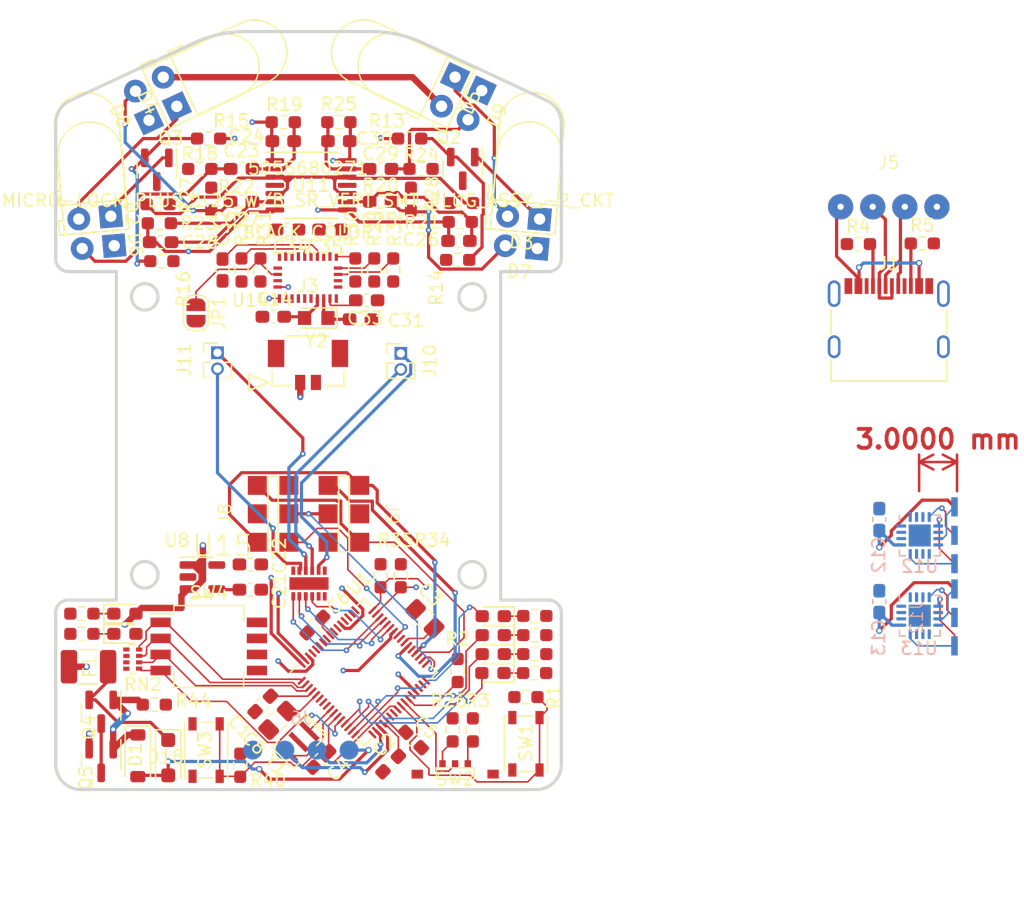
<source format=kicad_pcb>
(kicad_pcb (version 20221018) (generator pcbnew)
  (layers (0 "F.Cu" signal) (1 "In1.Cu" signal) (2 "In2.Cu" signal) (31 "B.Cu" signal) (34 "B.Paste" user) (35 "F.Paste" user) (36 "B.SilkS" user "B.Silkscreen") (37 "F.SilkS" user "F.Silkscreen") (38 "B.Mask" user) (39 "F.Mask" user) (44 "Edge.Cuts" user))
  (net 0 "")
  (net 1 "+3V3")
  (net 2 "GND")
  (net 3 "Net-(U1-P212{slash}EXTAL)")
  (net 4 "Net-(U1-VCL)")
  (net 5 "Net-(U1-P213{slash}XTAL)")
  (net 6 "Net-(U14-XOUT32)")
  (net 7 "Net-(U8-BP)")
  (net 8 "Net-(D6-A)")
  (net 9 "Net-(U11A--)")
  (net 10 "IR_RCV1")
  (net 11 "Net-(D7-A)")
  (net 12 "Net-(U11C--)")
  (net 13 "IR_RCV2")
  (net 14 "Net-(D8-A)")
  (net 15 "Net-(U11B--)")
  (net 16 "IR_RCV3")
  (net 17 "Net-(D9-A)")
  (net 18 "Net-(U11D--)")
  (net 19 "IR_RCV4")
  (net 20 "Net-(U14-XIN32)")
  (net 21 "Net-(U14-CAP)")
  (net 22 "Net-(D1-K)")
  (net 23 "VBUS")
  (net 24 "Net-(D2-K)")
  (net 25 "VCC")
  (net 26 "Net-(D3-K)")
  (net 27 "Net-(D10-K)")
  (net 28 "Net-(D12-K)")
  (net 29 "Net-(D14-K)")
  (net 30 "USER_LED1")
  (net 31 "Net-(D15-K)")
  (net 32 "USER_LED2")
  (net 33 "Net-(D16-K)")
  (net 34 "USER_LED3")
  (net 35 "Net-(D17-K)")
  (net 36 "USER_LED4")
  (net 37 "Net-(D18-K)")
  (net 38 "Net-(J5-Pin_1)")
  (net 39 "Net-(J1-CC1)")
  (net 40 "Net-(J5-Pin_3)")
  (net 41 "Net-(J5-Pin_2)")
  (net 43 "Net-(J1-CC2)")
  (net 46 "Net-(J10-Pin_1)")
  (net 47 "Net-(J10-Pin_2)")
  (net 48 "Net-(J11-Pin_1)")
  (net 49 "Net-(J11-Pin_2)")
  (net 50 "Net-(JP1-A)")
  (net 51 "Net-(Q2-G)")
  (net 52 "Net-(Q3-G)")
  (net 53 "Net-(Q4-D)")
  (net 54 "VBAT")
  (net 55 "Net-(U1-RES)")
  (net 56 "Net-(U1-P200)")
  (net 57 "IR_LED12")
  (net 58 "IR_LED34")
  (net 59 "VAA")
  (net 60 "Net-(U14-PS1)")
  (net 61 "Net-(U14-PS0)")
  (net 62 "Net-(U14-~{BOOT_LOAD_PIN})")
  (net 63 "Net-(U14-~{RESET})")
  (net 64 "SDA")
  (net 65 "SCL")
  (net 66 "USER_PUSHSW")
  (net 67 "USER_DIPSW4")
  (net 68 "USER_DIPSW3")
  (net 69 "USER_DIPSW2")
  (net 70 "USER_DIPSW1")
  (net 73 "USB_D-")
  (net 74 "USB_D+")
  (net 82 "ENC_MOSI")
  (net 83 "ENC_MISO")
  (net 84 "ENC_SCLK")
  (net 86 "ENC_CS_R")
  (net 87 "ENC_CS_L")
  (net 88 "M1_DIR")
  (net 89 "M1_PWM")
  (net 90 "M2_DIR")
  (net 91 "M2_PWM")
  (net 105 "Net-(J2-Pin_2)")
  (net 106 "Net-(J4-Pin_1)")
  (net 108 "Net-(J2-Pin_3)")
  (net 111 "Net-(J4-Pin_3)")
  (net 118 "Net-(J7-Pin_2)")
  (net 119 "Net-(J12-Pin_1)")
  (net 121 "Net-(J7-Pin_3)")
  (net 124 "Net-(J12-Pin_3)")
  (net 139 "Net-(D2-A)")
  (net 140 "Net-(D3-A)")
  (net 141 "Net-(SW2-C)")
  (net 142 "Net-(SW2-A)")
  (net 143 "Net-(SW2-B)")
  (footprint "Resistor_SMD:R_0603_1608Metric_Pad0.98x0.95mm_HandSolder" (layer "F.Cu") (at 113.5 120.4 90)
    (fp_text reference "R26")
    (fp_text value "1.5k" hide)
  )
  (footprint "LED_SMD:LED_0603_1608Metric_Pad1.05x0.95mm_HandSolder" (layer "F.Cu") (at 116.7125 114.4 180)
    (fp_text reference "D16" hide)
    (fp_text value "LED" hide)
  )
  (footprint "Resistor_SMD:R_0603_1608Metric_Pad0.98x0.95mm_HandSolder" (layer "F.Cu") (at 84.175 112.8 180)
    (fp_text reference "R38" hide)
    (fp_text value "20" hide)
  )
  (footprint "Button_Switch_SMD:SW_SPST_PTS810" (layer "F.Cu") (at 94 122 -90)
    (fp_text reference "SW3")
    (fp_text value "SW_Push" hide)
  )
  (footprint "Package_TO_SOT_SMD:SOT-23" (layer "F.Cu") (at 85.7 122.8625 -90)
    (fp_text reference "Q5")
    (fp_text value "AO3401A" hide)
  )
  (footprint "Capacitor_SMD:C_0603_1608Metric_Pad1.08x0.95mm_HandSolder" (layer "F.Cu") (at 97.5 109.3)
    (fp_text reference "C21")
    (fp_text value "470p" hide)
  )
  (footprint "Capacitor_SMD:C_0805_2012Metric_Pad1.18x1.45mm_HandSolder" (layer "F.Cu") (at 111.3 111.6 135)
    (fp_text reference "C3")
    (fp_text value "4.7u" hide)
  )
  (footprint "Resistor_SMD:R_0603_1608Metric_Pad0.98x0.95mm_HandSolder" (layer "F.Cu") (at 119.3 117.8)
    (fp_text reference "R1")
    (fp_text value "10.2k" hide)
  )
  (footprint "LED_SMD:LED_0603_1608Metric_Pad1.05x0.95mm_HandSolder" (layer "F.Cu") (at 116.6875 115.9 180)
    (fp_text reference "D17" hide)
    (fp_text value "LED" hide)
  )
  (footprint "Resistor_SMD:R_0603_1608Metric_Pad0.98x0.95mm_HandSolder" (layer "F.Cu") (at 104.5 72.3)
    (fp_text reference "R25")
    (fp_text value "220k" hide)
  )
  (footprint "Resistor_SMD:R_0603_1608Metric_Pad0.98x0.95mm_HandSolder" (layer "F.Cu") (at 115.1 120.4 -90)
    (fp_text reference "R3")
    (fp_text value "10.2k" hide)
  )
  (footprint "Resistor_SMD:R_0603_1608Metric_Pad0.98x0.95mm_HandSolder" (layer "F.Cu") (at 94.4 78.4 90)
    (fp_text reference "R22")
    (fp_text value "100k" hide)
  )
  (footprint "Capacitor_SMD:C_0603_1608Metric_Pad1.08x0.95mm_HandSolder" (layer "F.Cu") (at 103.8 80.8 180)
    (fp_text reference "C35")
    (fp_text value "0.1u" hide)
  )
  (footprint "Resistor_SMD:R_0603_1608Metric_Pad0.98x0.95mm_HandSolder" (layer "F.Cu") (at 90.3 80.3 180)
    (fp_text reference "R23")
    (fp_text value "220k" hide)
  )
  (footprint "Capacitor_SMD:C_0603_1608Metric_Pad1.08x0.95mm_HandSolder" (layer "F.Cu") (at 96.8 78.6)
    (fp_text reference "C27")
    (fp_text value "0.01u" hide)
  )
  (footprint "Resistor_SMD:R_0603_1608Metric_Pad0.98x0.95mm_HandSolder" (layer "F.Cu") (at 96.8 84 90)
    (fp_text reference "R33")
    (fp_text value "10k" hide)
  )
  (footprint "wakaba:SSAJ120" (layer "F.Cu") (at 113.7 123.9)
    (fp_text reference "SW2")
    (fp_text value "SW_Push_SPDT" hide)
  )
  (footprint "Connector_USB:USB_C_Receptacle_G-Switch_GT-USB-7010ASV" (layer "F.Cu") (at 148 89)
    (fp_text reference "J1")
    (fp_text value "USB_C_Receptacle_USB2.0" hide)
  )
  (footprint "Resistor_SMD:R_0603_1608Metric_Pad0.98x0.95mm_HandSolder" (layer "F.Cu") (at 100.1 72.3 180)
    (fp_text reference "R19")
    (fp_text value "220k" hide)
  )
  (footprint "Package_LGA:LGA-28_5.2x3.8mm_P0.5mm" (layer "F.Cu") (at 102.05 84.6 180)
    (fp_text reference "U14")
    (fp_text value "BNO055" hide)
  )
  (footprint "LED_SMD:LED_0603_1608Metric_Pad1.05x0.95mm_HandSolder" (layer "F.Cu") (at 116.7125 112.9 180)
    (fp_text reference "D15" hide)
    (fp_text value "LED" hide)
  )
  (footprint "LED_THT:LED_D5.0mm_Horizontal_O1.27mm_Z3.0mm" (layer "F.Cu") (at 86.460171 79.746848 -175)
    (fp_text reference "D2")
    (fp_text value "VSLY5850" hide)
  )
  (footprint "LED_SMD:LED_0603_1608Metric_Pad1.05x0.95mm_HandSolder" (layer "F.Cu") (at 116.7125 111.4 180)
    (fp_text reference "D14" hide)
    (fp_text value "LED" hide)
  )
  (footprint "Resistor_SMD:R_0603_1608Metric_Pad0.98x0.95mm_HandSolder" (layer "F.Cu") (at 84.175 111.2 180)
    (fp_text reference "R36" hide)
    (fp_text value "50" hide)
  )
  (footprint "Capacitor_SMD:C_0603_1608Metric_Pad1.08x0.95mm_HandSolder" (layer "F.Cu") (at 100.1 73.8 180)
    (fp_text reference "C24")
    (fp_text value "22p" hide)
  )
  (footprint "Jumper:SolderJumper-2_P1.3mm_Open_RoundedPad1.0x1.5mm" (layer "F.Cu") (at 93.2 87.4 -90)
    (fp_text reference "JP1")
    (fp_text value "ADDR_JMP" hide)
  )
  (footprint "Resistor_SMD:R_0603_1608Metric_Pad0.98x0.95mm_HandSolder" (layer "F.Cu") (at 120 111.38)
    (fp_text reference "R6" hide)
    (fp_text value "20" hide)
  )
  (footprint "Crystal:Crystal_SMD_2012-2Pin_2.0x1.2mm_HandSoldering" (layer "F.Cu") (at 102.7125 87.8 180)
    (fp_text reference "Y2")
    (fp_text value "32.768kHz" hide)
  )
  (footprint "Capacitor_SMD:C_0603_1608Metric_Pad1.08x0.95mm_HandSolder" (layer "F.Cu") (at 107.8 78.6 180)
    (fp_text reference "C25")
    (fp_text value "0.01u" hide)
  )
  (footprint "Resistor_SMD:R_0603_1608Metric_Pad0.98x0.95mm_HandSolder" (layer "F.Cu") (at 96.7 123.2 -90)
    (fp_text reference "R40")
    (fp_text value "10k" hide)
  )
  (footprint "Diode_SMD:D_SOD-123" (layer "F.Cu") (at 88.6 122.45 -90)
    (fp_text reference "D1")
    (fp_text value "1N4148W" hide)
  )
  (footprint "Resistor_SMD:R_0603_1608Metric_Pad0.98x0.95mm_HandSolder" (layer "F.Cu") (at 113.9 115.7 -90)
    (fp_text reference "R2")
    (fp_text value "10.2k" hide)
  )
  (footprint "Connector_PinHeader_1.27mm:PinHeader_1x02_P1.27mm_Vertical" (layer "F.Cu") (at 94.9 90.55)
    (fp_text reference "J11")
    (fp_text value "M2" hide)
  )
  (footprint "Capacitor_SMD:C_0603_1608Metric_Pad1.08x0.95mm_HandSolder" (layer "F.Cu") (at 106.7 86.4)
    (fp_text reference "C33")
    (fp_text value "0.1u" hide)
  )
  (footprint "Resistor_SMD:R_0603_1608Metric_Pad0.98x0.95mm_HandSolder" (layer "F.Cu") (at 105.8 84 90)
    (fp_text reference "R30")
    (fp_text value "10k" hide)
  )
  (footprint "Resistor_SMD:R_Array_Concave_4x0402" (layer "F.Cu") (at 88.2 114.8 180)
    (fp_text reference "RN2")
    (fp_text value "10k")
  )
  (footprint "Capacitor_SMD:C_0603_1608Metric_Pad1.08x0.95mm_HandSolder" (layer "F.Cu") (at 90.4 81.8 180)
    (fp_text reference "C28")
    (fp_text value "22p" hide)
  )
  (footprint "Resistor_SMD:R_0603_1608Metric_Pad0.98x0.95mm_HandSolder" (layer "F.Cu") (at 120 114.4)
    (fp_text reference "R8" hide)
    (fp_text value "20" hide)
  )
  (footprint "LED_SMD:LED_0603_1608Metric_Pad1.05x0.95mm_HandSolder" (layer "F.Cu") (at 87.575 111.2)
    (fp_text reference "D10" hide)
    (fp_text value "LED" hide)
  )
  (footprint "Package_TO_SOT_SMD:SOT-23" (layer "F.Cu") (at 90.1 76.0625 -90)
    (fp_text reference "Q3")
    (fp_text value "IRFML8244" hide)
  )
  (footprint "wakaba:SON50P200X300X80-13N" (layer "F.Cu") (at 102.138 108.816 -90)
    (fp_text reference "U15")
    (fp_text value "DRV8836DSSR" hide)
  )
  (footprint "Capacitor_SMD:C_0603_1608Metric_Pad1.08x0.95mm_HandSolder" (layer "F.Cu") (at 97.5 107.3)
    (fp_text reference "C22")
    (fp_text value "2.2u" hide)
  )
  (footprint "LED_THT:LED_D5.0mm_Horizontal_O1.27mm_Z3.0mm" (layer "F.Cu") (at 89.483111 72.146759 115)
    (fp_text reference "D8")
    (fp_text value "SFH213FA" hide)
  )
  (footprint "wakaba:vertical_pcb_conn_base" (layer "F.Cu") (at 104.9 103.3 -90)
    (fp_text reference "J9")
    (fp_text value "Conn_01x06_Socket" hide)
  )
  (footprint "LED_THT:LED_D5.0mm_Horizontal_O1.27mm_Z3.0mm" (layer "F.Cu") (at 115.8 69.8 -115)
    (fp_text reference "D9")
    (fp_text value "SFH213FA" hide)
  )
  (footprint "Resistor_SMD:R_0603_1608Metric_Pad0.98x0.95mm_HandSolder" (layer "F.Cu") (at 110.2 78.4 90)
    (fp_text reference "R20")
    (fp_text value "100k" hide)
  )
  (footprint "Resistor_SMD:R_1210_3225Metric_Pad1.30x2.65mm_HandSolder" (layer "F.Cu") (at 84.7 115.4 180)
    (fp_text reference "F1")
    (fp_text value "0ZCH0075AF2E\n" hide)
  )
  (footprint "Capacitor_SMD:C_0805_2012Metric_Pad1.18x1.45mm_HandSolder" (layer "F.Cu") (at 99.680761 119.642284 45)
    (fp_text reference "C8")
    (fp_text value "4.7u" hide)
  )
  (footprint "Resistor_SMD:R_0603_1608Metric_Pad0.98x0.95mm_HandSolder" (layer "F.Cu") (at 98.3 84 -90)
    (fp_text reference "R31")
    (fp_text value "10k" hide)
  )
  (footprint "Resistor_SMD:R_0603_1608Metric_Pad0.98x0.95mm_HandSolder" (layer "F.Cu") (at 150.65 81.9)
    (fp_text reference "R5")
    (fp_text value "5.1k" hide)
  )
  (footprint "Resistor_SMD:R_0603_1608Metric_Pad0.98x0.95mm_HandSolder" (layer "F.Cu") (at 90.2 78.8 180)
    (fp_text reference "R27")
    (fp_text value "10.2k" hide)
  )
  (footprint "Resistor_SMD:R_0603_1608Metric_Pad0.98x0.95mm_HandSolder" (layer "F.Cu") (at 119.9875 115.9)
    (fp_text reference "R9" hide)
    (fp_text value "20" hide)
  )
  (footprint "LED_THT:LED_D5.0mm_Horizontal_O1.27mm_Z3.0mm" (layer "F.Cu") (at 120.380127 79.969095 175)
    (fp_text reference "D3")
    (fp_text value "VSLY5850" hide)
  )
  (footprint "wakaba:CON_5055680271" (layer "F.Cu") (at 101.435352 92.9)
    (fp_text reference "J3")
    (fp_text value "5055680271")
  )
  (footprint "Diode_SMD:D_SOD-123F" (layer "F.Cu") (at 91 122.6 -90)
    (fp_text reference "D18")
    (fp_text value "SS2040" hide)
  )
  (footprint "Resistor_SMD:R_0603_1608Metric_Pad0.98x0.95mm_HandSolder" (layer "F.Cu") (at 94.2 73.6 180)
    (fp_text reference "R15")
    (fp_text value "10" hide)
  )
  (footprint "Capacitor_SMD:C_0603_1608Metric_Pad1.08x0.95mm_HandSolder" (layer "F.Cu") (at 95.3 84 -90)
    (fp_text reference "C32")
    (fp_text value "0.1u" hide)
  )
  (footprint "Resistor_SMD:R_0603_1608Metric_Pad0.98x0.95mm_HandSolder" (layer "F.Cu") (at 114.1 80.2 180)
    (fp_text reference "R21")
    (fp_text value "220k" hide)
  )
  (footprint "Capacitor_SMD:C_0603_1608Metric_Pad1.08x0.95mm_HandSolder" (layer "F.Cu") (at 98.480761 118.342284 -135)
    (fp_text reference "C1")
    (fp_text value "100n" hide)
  )
  (footprint "Button_Switch_SMD:SW_SPST_PTS810" (layer "F.Cu") (at 119.3 121.5 -90)
    (fp_text reference "SW1")
    (fp_text value "SW_MEC_5E" hide)
  )
  (footprint "Resistor_SMD:R_0603_1608Metric_Pad0.98x0.95mm_HandSolder" (layer "F.Cu") (at 111 76)
    (fp_text reference "R24")
    (fp_text value "100k" hide)
  )
  (footprint "Capacitor_SMD:C_0603_1608Metric_Pad1.08x0.95mm_HandSolder" (layer "F.Cu") (at 103.080761 122.742284 -135)
    (fp_text reference "C4")
    (fp_text value "100n" hide)
  )
  (footprint "wakaba:pogo_usb" (layer "F.Cu") (at 148 79)
    (fp_text reference "J5")
    (fp_text value "Conn_01x04_Pin" hide)
  )
  (footprint "Connector_PinHeader_1.27mm:PinHeader_1x02_P1.27mm_Vertical" (layer "F.Cu") (at 109.4 90.6)
    (fp_text reference "J10")
    (fp_text value "M1" hide)
  )
  (footprint "Capacitor_SMD:C_0603_1608Metric_Pad1.08x0.95mm_HandSolder" (layer "F.Cu") (at 114 81.7 180)
    (fp_text reference "C26")
    (fp_text value "22p" hide)
  )
  (footprint "Resistor_SMD:R_0603_1608Metric_Pad0.98x0.95mm_HandSolder" (layer "F.Cu") (at 114.2 78.7 180)
    (fp_text reference "R28")
    (fp_text value "10.2k" hide)
  )
  (footprint "Resistor_SMD:R_0603_1608Metric_Pad0.98x0.95mm_HandSolder" (layer "F.Cu") (at 110.1 73.6)
    (fp_text reference "R13")
    (fp_text value "10" hide)
  )
  (footprint "LED_THT:LED_D5.0mm_Horizontal_O1.27mm_Z3.0mm" (layer "F.Cu") (at 86.730335 82.078624 -175)
    (fp_text reference "D6")
    (fp_text value "SFH213FA" hide)
  )
  (footprint "Capacitor_SMD:C_0603_1608Metric_Pad1.08x0.95mm_HandSolder" (layer "F.Cu") (at 104.5 73.8)
    (fp_text reference "C30")
    (fp_text value "22p" hide)
  )
  (footprint "Button_Switch_SMD:SW_DIP_SPSTx04_Slide_Copal_CHS-04B_W7.62mm_P1.27mm" (layer "F.Cu") (at 94.21 113.795)
    (fp_text reference "SW4")
    (fp_text value "SW_DIP_x04" hide)
  )
  (footprint "Capacitor_SMD:C_0603_1608Metric_Pad1.08x0.95mm_HandSolder" (layer "F.Cu") (at 100.4375 80.8)
    (fp_text reference "C34")
    (fp_text value "10u" hide)
  )
  (footprint "Capacitor_SMD:C_0603_1608Metric_Pad1.08x0.95mm_HandSolder" (layer "F.Cu") (at 99.3125 87.7 180)
    (fp_text reference "C14")
    (fp_text value "22p" hide)
  )
  (footprint "Resistor_SMD:R_0603_1608Metric_Pad0.98x0.95mm_HandSolder" (layer "F.Cu") (at 109.4 108.2 -90)
    (fp_text reference "R34")
    (fp_text value "10k" hide)
  )
  (footprint "Capacitor_SMD:C_0603_1608Metric_Pad1.08x0.95mm_HandSolder" (layer "F.Cu") (at 96.8 76)
    (fp_text reference "C23")
    (fp_text value "0.01u" hide)
  )
  (footprint "Package_TO_SOT_SMD:SOT-23" (layer "F.Cu") (at 85.7 118.9625 -90)
    (fp_text reference "Q4")
    (fp_text value "AO3401A" hide)
  )
  (footprint "LED_SMD:LED_0603_1608Metric_Pad1.05x0.95mm_HandSolder" (layer "F.Cu") (at 87.575 112.8)
    (fp_text reference "D12" hide)
    (fp_text value "LED" hide)
  )
  (footprint "Resistor_SMD:R_0603_1608Metric_Pad0.98x0.95mm_HandSolder" (layer "F.Cu") (at 145.6 81.95 180)
    (fp_text reference "R4")
    (fp_text value "5.1k" hide)
  )
  (footprint "Resistor_SMD:R_0603_1608Metric_Pad0.98x0.95mm_HandSolder" (layer "F.Cu") (at 107.8 108.2 -90)
    (fp_text reference "R35")
    (fp_text value "10k" hide)
  )
  (footprint "Resistor_SMD:R_0603_1608Metric_Pad0.98x0.95mm_HandSolder" (layer "F.Cu") (at 108.8 84 90)
    (fp_text reference "R32")
    (fp_text value "10k" hide)
  )
  (footprint "wakaba:vertical_pcb_conn" (layer "F.Cu") (at 152.95 111.5 -90)
    (fp_text reference "J7" hide)
    (fp_text value "Conn_01x03_Pin" hide)
  )
  (footprint "Crystal:Resonator_SMD_Murata_CSTxExxV-3Pin_3.0x1.1mm" (layer "F.Cu") (at 101.322353 121.362214 -135)
    (fp_text reference "Y1")
    (fp_text value "CSTNE12M0G520000R0" hide)
  )
  (footprint "LED_THT:LED_D5.0mm_Horizontal_O1.27mm_Z3.0mm" (layer "F.Cu") (at 91.683111 71.046759 115)
    (fp_text reference "D4")
    (fp_text value "VSLY5850" hide)
  )
  (footprint "Resistor_SMD:R_0603_1608Metric_Pad0.98x0.95mm_HandSolder" (layer "F.Cu") (at 107.3 84 90)
    (fp_text reference "R29")
    (fp_text value "10k" hide)
  )
  (footprint "Package_TO_SOT_SMD:SOT-23" (layer "F.Cu") (at 114.3 76 -90)
    (fp_text reference "Q2")
    (fp_text value "IRFML8244" hide)
  )
  (footprint "Package_SO:TSSOP-14_4.4x5mm_P0.65mm" (layer "F.Cu") (at 102.3 77.3)
    (fp_text reference "U11")
    (fp_text value "AD8604" hide)
  )
  (footprint "Package_DFN_QFN:QFN-64-1EP_8x8mm_P0.4mm_EP6.5x6.5mm" (layer "F.Cu") (at 106.480761 115.842284 45)
    (fp_text reference "U1")
    (fp_text value "R7FA4M1AB3CNB#AC0" hide)
  )
  (footprint "Capacitor_SMD:C_0603_1608Metric_Pad1.08x0.95mm_HandSolder" (layer "F.Cu") (at 102.6 112.1 -135)
    (fp_text reference "C6")
    (fp_text value "100n" hide)
  )
  (footprint "wakaba:vertical_pcb_conn" (layer "F.Cu") (at 152.95 105 -90)
    (fp_text reference "J2" hide)
    (fp_text value "Conn_01x03_Pin" hide)
  )
  (footprint "Resistor_SMD:R_0603_1608Metric_Pad0.98x0.95mm_HandSolder" (layer "F.Cu") (at 113.9 83.2 180)
    (fp_text reference "R14")
    (fp_text value "10k" hide)
  )
  (footprint "LED_THT:LED_D5.0mm_Horizontal_O1.27mm_Z3.0mm" (layer "F.Cu") (at 120.2 82.3 175)
    (fp_text reference "D7")
    (fp_text value "SFH213FA" hide)
  )
  (footprint "Resistor_SMD:R_0603_1608Metric_Pad0.98x0.95mm_HandSolder" (layer "F.Cu") (at 93.5 76 180)
    (fp_text reference "R18")
    (fp_text value "100k" hide)
  )
  (footprint "wakaba:vertical_pcb_conn_base" (layer "F.Cu") (at 99.3 103.3 90)
    (fp_text reference "J8")
    (fp_text value "Conn_01x06_Socket" hide)
  )
  (footprint "Capacitor_SMD:C_0603_1608Metric_Pad1.08x0.95mm_HandSolder" (layer "F.Cu") (at 106.2125 87.9)
    (fp_text reference "C31")
    (fp_text value "22p" hide)
  )
  (footprint "Resistor_SMD:R_0603_1608Metric_Pad0.98x0.95mm_HandSolder" (layer "F.Cu") (at 120 112.9)
    (fp_text reference "R7" hide)
    (fp_text value "20" hide)
  )
  (footprint "Capacitor_SMD:C_0603_1608Metric_Pad1.08x0.95mm_HandSolder" (layer "F.Cu") (at 110.4 121.2 -45)
    (fp_text reference "C5")
    (fp_text value "100n" hide)
  )
  (footprint "Resistor_SMD:R_0603_1608Metric_Pad0.98x0.95mm_HandSolder" (layer "F.Cu") (at 90.5 83.3)
    (fp_text reference "R16")
    (fp_text value "10k" hide)
  )
  (footprint "Capacitor_SMD:C_0603_1608Metric_Pad1.08x0.95mm_HandSolder" (layer "F.Cu") (at 108.6 123.1 -135)
    (fp_text reference "C2")
    (fp_text value "100n" hide)
  )
  (footprint "LED_THT:LED_D5.0mm_Horizontal_O1.27mm_Z3.0mm" (layer "F.Cu") (at 113.694566 68.735674 -115)
    (fp_text reference "D5")
    (fp_text value "VSLY5850" hide)
  )
  (footprint "Package_TO_SOT_SMD:SOT-23-5" (layer "F.Cu") (at 93.7 108.3)
    (fp_text reference "U8")
    (fp_text value "MIC5219-3.3YM5" hide)
  )
  (footprint "Capacitor_SMD:C_0603_1608Metric_Pad1.08x0.95mm_HandSolder" (layer "F.Cu") (at 107.8 76 180)
    (fp_text reference "C29")
    (fp_text value "0.01u" hide)
  )
  (footprint "Resistor_SMD:R_0603_1608Metric_Pad0.98x0.95mm_HandSolder" (layer "F.Cu") (at 89.9 118.4)
    (fp_text reference "R44")
    (fp_text value "10k" hide)
  )
  (footprint "wakaba:pogopad_usb" (layer "B.Cu") (at 101.5 122 180)
    (fp_text reference "J6")
    (fp_text value "Conn_01x04_Pin" hide)
  )
  (footprint "wakaba:vertical_pcb_conn" (layer "B.Cu") (at 153.45 105 -90)
    (fp_text reference "J4" hide)
    (fp_text value "Conn_01x03_Pin" hide)
  )
  (footprint "Capacitor_SMD:C_0603_1608Metric_Pad1.08x0.95mm_HandSolder" (layer "B.Cu") (at 147.25 103.75 90)
    (fp_text reference "C12")
    (fp_text value "1u" hide)
  )
  (footprint "Package_DFN_QFN:QFN-16-1EP_3x3mm_P0.5mm_EP1.75x1.75mm" (layer "B.Cu") (at 150.45 105.0125 -90)
    (fp_text reference "U12")
    (fp_text value "MA702" hide)
  )
  (footprint "Package_DFN_QFN:QFN-16-1EP_3x3mm_P0.5mm_EP1.75x1.75mm" (layer "B.Cu") (at 150.45 111.3625 -90)
    (fp_text reference "U13")
    (fp_text value "MA702" hide)
  )
  (footprint "Capacitor_SMD:C_0603_1608Metric_Pad1.08x0.95mm_HandSolder" (layer "B.Cu") (at 147.25 110.25 90)
    (fp_text reference "C13")
    (fp_text value "1u" hide)
  )
  (footprint "wakaba:vertical_pcb_conn" (layer "B.Cu") (at 153.45 111.5 -90)
    (fp_text reference "J12")
    (fp_text value "Conn_01x03_Pin" hide)
  )
  (gr_circle (center 89.15 108.125859) (end 90.2 108.125859) (stroke (width 0.25)) (fill none) (layer "Edge.Cuts"))
  (gr_arc (start 84.1 125.125859) (mid 82.685786 124.540073) (end 82.1 123.125859) (stroke (width 0.25)) (layer "Edge.Cuts"))
  (gr_arc (start 82.1 72.4) (mid 82.413217 71.3254) (end 83.254764 70.587384) (stroke (width 0.25)) (layer "Edge.Cuts"))
  (gr_circle (center 89.15 86.125859) (end 90.2 86.125859) (stroke (width 0.25)) (fill none) (layer "Edge.Cuts"))
  (gr_line (start 111.242194 66.062781) (end 120.945236 70.587384) (stroke (width 0.25)) (layer "Edge.Cuts"))
  (gr_line (start 122.1 72.4) (end 122.1 83.125859) (stroke (width 0.25)) (layer "Edge.Cuts"))
  (gr_line (start 121.1 84.125859) (end 117.3 84.125859) (stroke (width 0.25)) (layer "Edge.Cuts"))
  (gr_arc (start 122.1 123.125859) (mid 121.514214 124.540073) (end 120.1 125.125859) (stroke (width 0.25)) (layer "Edge.Cuts"))
  (gr_circle (center 115.05 108.125859) (end 116.1 108.125859) (stroke (width 0.25)) (fill none) (layer "Edge.Cuts"))
  (gr_line (start 86.9 84.125859) (end 83.1 84.125859) (stroke (width 0.25)) (layer "Edge.Cuts"))
  (gr_arc (start 122.1 83.125859) (mid 121.807107 83.832966) (end 121.1 84.125859) (stroke (width 0.25)) (layer "Edge.Cuts"))
  (gr_arc (start 121.1 110.125859) (mid 121.807107 110.418752) (end 122.1 111.125859) (stroke (width 0.25)) (layer "Edge.Cuts"))
  (gr_arc (start 120.945236 70.587384) (mid 121.786782 71.325401) (end 122.1 72.4) (stroke (width 0.25)) (layer "Edge.Cuts"))
  (gr_arc (start 107.016011 65.125859) (mid 109.180407 65.362901) (end 111.242194 66.062781) (stroke (width 0.25)) (layer "Edge.Cuts"))
  (gr_line (start 117.3 110.125859) (end 121.1 110.125859) (stroke (width 0.25)) (layer "Edge.Cuts"))
  (gr_arc (start 83.1 84.125859) (mid 82.392893 83.832966) (end 82.1 83.125859) (stroke (width 0.25)) (layer "Edge.Cuts"))
  (gr_line (start 83.254764 70.587384) (end 92.957806 66.062781) (stroke (width 0.25)) (layer "Edge.Cuts"))
  (gr_line (start 86.9 110.125859) (end 86.9 84.125859) (stroke (width 0.25)) (layer "Edge.Cuts"))
  (gr_arc (start 92.957806 66.062781) (mid 95.019593 65.362899) (end 97.183989 65.125859) (stroke (width 0.25)) (layer "Edge.Cuts"))
  (gr_line (start 122.1 111.125859) (end 122.1 123.125859) (stroke (width 0.25)) (layer "Edge.Cuts"))
  (gr_line (start 117.3 84.125859) (end 117.3 110.125859) (stroke (width 0.25)) (layer "Edge.Cuts"))
  (gr_line (start 82.1 72.4) (end 82.1 83.125859) (stroke (width 0.25)) (layer "Edge.Cuts"))
  (gr_line (start 120.1 125.125859) (end 84.1 125.125859) (stroke (width 0.25)) (layer "Edge.Cuts"))
  (gr_circle (center 115.05 86.125859) (end 116.1 86.125859) (stroke (width 0.25)) (fill none) (layer "Edge.Cuts"))
  (gr_line (start 83.1 110.125859) (end 86.9 110.125859) (stroke (width 0.25)) (layer "Edge.Cuts"))
  (gr_line (start 82.1 111.125859) (end 82.1 123.125859) (stroke (width 0.25)) (layer "Edge.Cuts"))
  (gr_line (start 107.016011 65.125859) (end 97.183989 65.125859) (stroke (width 0.25)) (layer "Edge.Cuts"))
  (gr_arc (start 82.1 111.125859) (mid 82.392893 110.418752) (end 83.1 110.125859) (stroke (width 0.25)) (layer "Edge.Cuts"))
  (gr_text "" (at 82.1 133.395855) (layer "Edge.Cuts") (effects (font (size 4.83362 3.04518) (thickness 0.604202)) (justify left top)))
  (dimension (type aligned) (layer "F.Cu") (pts (xy 153.4 102) (xy 150.4 102)) (height 2.8) (gr_text "0.1181 in" (at 151.9 97.4) (layer "F.Cu") (effects (font (size 1.5 1.5) (thickness 0.3)))) (format (prefix "") (suffix "") (units 3) (units_format 1) (precision 4)) (style (thickness 0.2) (arrow_length 1.27) (text_position_mode 0) (extension_height 0.58642) (extension_offset 0.5) keep_text_aligned))
  (segment (start 152.668 102.218) (end 150.632 102.218) (width 0.254) (layer "F.Cu") (net 1))
  (segment (start 103.20988 112.28856) (end 103.829111 112.907791) (width 0.127) (layer "F.Cu") (net 1))
  (segment (start 110.011597 113.159976) (end 109.698097 113.473476) (width 0.127) (layer "F.Cu") (net 1))
  (segment (start 109.79012 120.59012) (end 109.248698 120.59012) (width 0.127) (layer "F.Cu") (net 1))
  (segment (start 148.2 104.65) (end 148.2 105) (width 0.254) (layer "F.Cu") (net 1))
  (segment (start 103.8 86.2625) (end 103.8 86.727) (width 0.127) (layer "F.Cu") (net 1))
  (segment (start 109.20988 122.49012) (end 109.20988 120.973151) (width 0.127) (layer "F.Cu") (net 1))
  (segment (start 103.20988 111.49012) (end 103.20988 112.28856) (width 0.127) (layer "F.Cu") (net 1))
  (segment (start 105.4375 86.8) (end 105.8375 86.4) (width 0.127) (layer "F.Cu") (net 1))
  (segment (start 153.2 109.25) (end 152.7 108.75) (width 0.254) (layer "F.Cu") (net 1))
  (segment (start 99.090641 117.732404) (end 102.045057 117.732404) (width 0.127) (layer "F.Cu") (net 1))
  (segment (start 152.7 108.75) (end 150 108.75) (width 0.254) (layer "F.Cu") (net 1))
  (segment (start 111.20727 113.159976) (end 110.011597 113.159976) (width 0.127) (layer "F.Cu") (net 1))
  (segment (start 148.2 110.55) (end 148.2 111.6) (width 0.254) (layer "F.Cu") (net 1))
  (segment (start 150.632 102.218) (end 148.2 104.65) (width 0.254) (layer "F.Cu") (net 1))
  (segment (start 112.033623 112.333623) (end 111.20727 113.159976) (width 0.127) (layer "F.Cu") (net 1))
  (segment (start 108.144877 119.908148) (end 108.001041 119.908148) (width 0.127) (layer "F.Cu") (net 1))
  (segment (start 148.2 105) (end 147.25 105.95) (width 0.254) (layer "F.Cu") (net 1))
  (segment (start 150 108.75) (end 148.2 110.55) (width 0.254) (layer "F.Cu") (net 1))
  (segment (start 109.248698 120.59012) (end 108.283883 119.625305) (width 0.127) (layer "F.Cu") (net 1))
  (segment (start 103.8 86.727) (end 103.873 86.8) (width 0.127) (layer "F.Cu") (net 1))
  (segment (start 103.873 86.8) (end 105.4375 86.8) (width 0.127) (layer "F.Cu") (net 1))
  (segment (start 109.20988 120.973151) (end 108.144877 119.908148) (width 0.127) (layer "F.Cu") (net 1))
  (segment (start 103.690641 120.046618) (end 104.394796 119.342463) (width 0.127) (layer "F.Cu") (net 1))
  (segment (start 102.045057 117.732404) (end 102.414897 117.362564) (width 0.127) (layer "F.Cu") (net 1))
  (segment (start 103.690641 122.132404) (end 103.690641 120.046618) (width 0.127) (layer "F.Cu") (net 1))
  (segment (start 153.2 102.75) (end 152.668 102.218) (width 0.254) (layer "F.Cu") (net 1))
  (segment (start 148.2 111.6) (end 147.25 112.55) (width 0.254) (layer "F.Cu") (net 1))
  (via (at 147.25 105.95) (size 0.5) (drill 0.3) (layers "F.Cu" "B.Cu") (net 1))
  (via (at 147.25 112.55) (size 0.5) (drill 0.3) (layers "F.Cu" "B.Cu") (net 1))
  (segment (start 147.25 104.6125) (end 148.4 105.7625) (width 0.254) (layer "B.Cu") (net 1))
  (segment (start 147.25 112.55) (end 147.25 111.1125) (width 0.254) (layer "B.Cu") (net 1))
  (segment (start 148.25 112.1125) (end 148.9875 112.1125) (width 0.254) (layer "B.Cu") (net 1))
  (segment (start 148.4 105.7625) (end 148.9875 105.7625) (width 0.254) (layer "B.Cu") (net 1))
  (segment (start 147.25 111.1125) (end 148.25 112.1125) (width 0.254) (layer "B.Cu") (net 1))
  (segment (start 147.25 105.95) (end 147.25 104.6125) (width 0.254) (layer "B.Cu") (net 1))
  (segment (start 101.961828 122.438887) (end 103.247554 121.153161) (width 0.127) (layer "F.Cu") (net 3))
  (segment (start 100.70197 122.438887) (end 101.961828 122.438887) (width 0.127) (layer "F.Cu") (net 3))
  (segment (start 103.247554 119.924019) (end 104.111953 119.05962) (width 0.127) (layer "F.Cu") (net 3))
  (segment (start 103.247554 121.153161) (end 103.247554 119.924019) (width 0.127) (layer "F.Cu") (net 3))
  (segment (start 100.473825 122.210742) (end 100.70197 122.438887) (width 0.127) (layer "F.Cu") (net 3))
  (segment (start 100.414384 118.908661) (end 101.434485 118.908661) (width 0.127) (layer "F.Cu") (net 4))
  (segment (start 101.434485 118.908661) (end 102.69774 117.645406) (width 0.127) (layer "F.Cu") (net 4))
  (segment (start 102.170881 120.513686) (end 102.170881 120.435007) (width 0.127) (layer "F.Cu") (net 5))
  (segment (start 102.170881 120.435007) (end 103.829111 118.776777) (width 0.127) (layer "F.Cu") (net 5))
  (segment (start 101.6875 87.7) (end 101.7875 87.8) (width 0.254) (layer "F.Cu") (net 6))
  (segment (start 102.8 86.2625) (end 102.8 86.7875) (width 0.254) (layer "F.Cu") (net 6))
  (segment (start 102.8 86.7875) (end 101.7875 87.8) (width 0.254) (layer "F.Cu") (net 6))
  (segment (start 100.175 87.7) (end 101.6875 87.7) (width 0.254) (layer "F.Cu") (net 6))
  (segment (start 94.8875 109.3) (end 94.8375 109.25) (width 0.254) (layer "F.Cu") (net 7))
  (segment (start 96.6375 109.3) (end 94.8875 109.3) (width 0.254) (layer "F.Cu") (net 7))
  (segment (start 88.546 82.415319) (end 88.546 78.354) (width 0.254) (layer "F.Cu") (net 8))
  (segment (start 92.421 77.9915) (end 94.4125 76) (width 0.254) (layer "F.Cu") (net 8))
  (segment (start 87.65368 83.307639) (end 88.546 82.415319) (width 0.254) (layer "F.Cu") (net 8))
  (segment (start 94.4125 76) (end 95.9375 76) (width 0.254) (layer "F.Cu") (net 8))
  (segment (start 85.207639 83.307639) (end 87.65368 83.307639) (width 0.254) (layer "F.Cu") (net 8))
  (segment (start 88.9085 77.9915) (end 92.421 77.9915) (width 0.254) (layer "F.Cu") (net 8))
  (segment (start 88.546 78.354) (end 88.9085 77.9915) (width 0.254) (layer "F.Cu") (net 8))
  (segment (start 84.2 82.3) (end 85.207639 83.307639) (width 0.254) (layer "F.Cu") (net 8))
  (segment (start 100.9625 73.8) (end 100.9625 72.35) (width 0.254) (layer "F.Cu") (net 9))
  (segment (start 100.128869 76) (end 100.9625 75.166369) (width 0.254) (layer "F.Cu") (net 9))
  (segment (start 97.6625 76) (end 99.4375 76) (width 0.254) (layer "F.Cu") (net 9))
  (segment (start 100.9625 75.166369) (end 100.9625 73.8) (width 0.254) (layer "F.Cu") (net 9))
  (segment (start 100.9625 72.35) (end 101.0125 72.3) (width 0.254) (layer "F.Cu") (net 9))
  (segment (start 99.4375 76) (end 100.128869 76) (width 0.254) (layer "F.Cu") (net 9))
  (segment (start 99.2375 73.8) (end 99.2375 75.15) (width 0.254) (layer "F.Cu") (net 10))
  (segment (start 99.15 109.745086) (end 99.15 112.754164) (width 0.254) (layer "F.Cu") (net 10))
  (segment (start 99.1875 72.3) (end 97.65 72.3) (width 0.254) (layer "F.Cu") (net 10))
  (segment (start 99.1875 72.3) (end 99.1875 73.75) (width 0.254) (layer "F.Cu") (net 10))
  (segment (start 99.154 108.858914) (end 99.154 109.741086) (width 0.254) (layer "F.Cu") (net 10))
  (segment (start 99.2375 75.15) (end 99.4375 75.35) (width 0.254) (layer "F.Cu") (net 10))
  (segment (start 99.15 112.754164) (end 101.566369 115.170533) (width 0.254) (layer "F.Cu") (net 10))
  (segment (start 99.154 109.741086) (end 99.15 109.745086) (width 0.254) (layer "F.Cu") (net 10))
  (segment (start 99.1875 73.75) (end 99.2375 73.8) (width 0.254) (layer "F.Cu") (net 10))
  (segment (start 99.15 108.35) (end 99.15 108.854914) (width 0.254) (layer "F.Cu") (net 10))
  (segment (start 99.15 108.854914) (end 99.154 108.858914) (width 0.254) (layer "F.Cu") (net 10))
  (via (at 97.65 72.3) (size 0.45) (drill 0.2) (layers "F.Cu" "B.Cu") (net 10))
  (via (at 99.15 108.35) (size 0.45) (drill 0.2) (layers "F.Cu" "B.Cu") (net 10))
  (segment (start 111.6 79.4) (end 110.2875 79.4) (width 0.254) (layer "F.Cu") (net 11))
  (segment (start 110.2875 79.4) (end 110.2 79.3125) (width 0.254) (layer "F.Cu") (net 11))
  (segment (start 112.533914 83.929) (end 111.6 82.995086) (width 0.254) (layer "F.Cu") (net 11))
  (segment (start 117.669665 82.078624) (end 115.819289 83.929) (width 0.254) (layer "F.Cu") (net 11))
  (segment (start 109.375 79.3125) (end 110.2 79.3125) (width 0.254) (layer "F.Cu") (net 11))
  (segment (start 115.819289 83.929) (end 112.533914 83.929) (width 0.254) (layer "F.Cu") (net 11))
  (segment (start 111.6 82.995086) (end 111.6 80.85) (width 0.254) (layer "F.Cu") (net 11))
  (segment (start 108.6625 78.6) (end 109.375 79.3125) (width 0.254) (layer "F.Cu") (net 11))
  (via (at 111.6 80.85) (size 0.45) (drill 0.2) (layers "F.Cu" "B.Cu") (net 11))
  (via (at 111.6 79.4) (size 0.45) (drill 0.2) (layers "F.Cu" "B.Cu") (net 11))
  (segment (start 111.6 80.85) (end 111.6 79.4) (width 0.254) (layer "B.Cu") (net 11))
  (segment (start 111.237717 78.25) (end 109.545086 78.25) (width 0.254) (layer "F.Cu") (net 12))
  (segment (start 115.0125 80.2) (end 115.0125 81.55) (width 0.254) (layer "F.Cu") (net 12))
  (segment (start 112.416717 79.429) (end 111.237717 78.25) (width 0.254) (layer "F.Cu") (net 12))
  (segment (start 109.545086 78.25) (end 109.166086 77.871) (width 0.254) (layer "F.Cu") (net 12))
  (segment (start 115.0125 80.2) (end 114.2415 79.429) (width 0.254) (layer "F.Cu") (net 12))
  (segment (start 106.9375 78.6) (end 105.1625 78.6) (width 0.254) (layer "F.Cu") (net 12))
  (segment (start 107.6665 77.871) (end 106.9375 78.6) (width 0.254) (layer "F.Cu") (net 12))
  (segment (start 115.0125 81.55) (end 114.8625 81.7) (width 0.254) (layer "F.Cu") (net 12))
  (segment (start 109.166086 77.871) (end 107.6665 77.871) (width 0.254) (layer "F.Cu") (net 12))
  (segment (start 114.2415 79.429) (end 112.416717 79.429) (width 0.254) (layer "F.Cu") (net 12))
  (segment (start 113.1875 81.65) (end 113.1375 81.7) (width 0.254) (layer "F.Cu") (net 13))
  (segment (start 113.1875 80.2) (end 113.1875 81.65) (width 0.254) (layer "F.Cu") (net 13))
  (segment (start 99.7 109.65) (end 99.75 109.6) (width 0.254) (layer "F.Cu") (net 13))
  (segment (start 101.849212 114.88769) (end 99.7 112.738478) (width 0.254) (layer "F.Cu") (net 13))
  (segment (start 99.7 112.738478) (end 99.7 110.2) (width 0.254) (layer "F.Cu") (net 13))
  (segment (start 113.1875 80.2) (end 106.1125 80.2) (width 0.254) (layer "F.Cu") (net 13))
  (segment (start 99.7 110.2) (end 99.7 109.65) (width 0.254) (layer "F.Cu") (net 13))
  (segment (start 102.85 79.25) (end 105.1625 79.25) (width 0.254) (layer "F.Cu") (net 13))
  (segment (start 106.1125 80.2) (end 105.1625 79.25) (width 0.254) (layer "F.Cu") (net 13))
  (via (at 102.85 79.25) (size 0.45) (drill 0.2) (layers "F.Cu" "B.Cu") (net 13))
  (via (at 99.75 109.6) (size 0.45) (drill 0.2) (layers "F.Cu" "B.Cu") (net 13))
  (segment (start 95.225 79.3125) (end 95.9375 78.6) (width 0.254) (layer "F.Cu") (net 14))
  (segment (start 93 79.3) (end 94.3875 79.3) (width 0.254) (layer "F.Cu") (net 14))
  (segment (start 94.3875 79.3) (end 94.4 79.3125) (width 0.254) (layer "F.Cu") (net 14))
  (segment (start 87.6 70.654398) (end 87.6 72.5) (width 0.254) (layer "F.Cu") (net 14))
  (segment (start 88.409661 69.844737) (end 87.6 70.654398) (width 0.254) (layer "F.Cu") (net 14))
  (segment (start 94.4 79.3125) (end 95.225 79.3125) (width 0.254) (layer "F.Cu") (net 14))
  (via (at 93 79.3) (size 0.45) (drill 0.2) (layers "F.Cu" "B.Cu") (net 14))
  (via (at 87.6 72.5) (size 0.45) (drill 0.2) (layers "F.Cu" "B.Cu") (net 14))
  (segment (start 87.6 72.5) (end 87.6 73.9) (width 0.254) (layer "B.Cu") (net 14))
  (segment (start 87.6 73.9) (end 93 79.3) (width 0.254) (layer "B.Cu") (net 14))
  (segment (start 91.2625 81.8) (end 94.4625 81.8) (width 0.254) (layer "F.Cu") (net 15))
  (segment (start 94.4625 81.8) (end 95.9625 80.3) (width 0.254) (layer "F.Cu") (net 15))
  (segment (start 91.2125 80.3) (end 95.9625 80.3) (width 0.254) (layer "F.Cu") (net 15))
  (segment (start 99.4375 78.6) (end 97.6625 78.6) (width 0.254) (layer "F.Cu") (net 15))
  (segment (start 95.9625 80.3) (end 97.6625 78.6) (width 0.254) (layer "F.Cu") (net 15))
  (segment (start 101.904421 115.757376) (end 100.507376 115.757376) (width 0.254) (layer "F.Cu") (net 16))
  (segment (start 100.507376 115.757376) (end 99.7 114.95) (width 0.254) (layer "F.Cu") (net 16))
  (segment (start 102.132054 114.604847) (end 102.436055 114.908848) (width 0.254) (layer "F.Cu") (net 16))
  (segment (start 89.5375 81.8) (end 90.029914 81.8) (width 0.254) (layer "F.Cu") (net 16))
  (segment (start 89.3875 80.3) (end 89.3875 81.65) (width 0.254) (layer "F.Cu") (net 16))
  (segment (start 89.3875 81.65) (end 89.5375 81.8) (width 0.254) (layer "F.Cu") (net 16))
  (segment (start 90.758914 82.529) (end 92.6 82.529) (width 0.254) (layer "F.Cu") (net 16))
  (segment (start 99.2875 79.4) (end 99.4375 79.25) (width 0.254) (layer "F.Cu") (net 16))
  (segment (start 92.6 82.529) (end 94.272316 82.529) (width 0.254) (layer "F.Cu") (net 16))
  (segment (start 94.272316 82.529) (end 97.401316 79.4) (width 0.254) (layer "F.Cu") (net 16))
  (segment (start 97.401316 79.4) (end 99.2875 79.4) (width 0.254) (layer "F.Cu") (net 16))
  (segment (start 102.436055 115.225742) (end 101.904421 115.757376) (width 0.254) (layer "F.Cu") (net 16))
  (segment (start 102.436055 114.908848) (end 102.436055 115.225742) (width 0.254) (layer "F.Cu") (net 16))
  (segment (start 90.029914 81.8) (end 90.758914 82.529) (width 0.254) (layer "F.Cu") (net 16))
  (via (at 99.7 114.95) (size 0.45) (drill 0.2) (layers "F.Cu" "B.Cu") (net 16))
  (via (at 92.6 82.529) (size 0.45) (drill 0.2) (layers "F.Cu" "B.Cu") (net 16))
  (segment (start 114.72655 72.102022) (end 113.957572 72.871) (width 0.254) (layer "F.Cu") (net 17))
  (segment (start 108.6625 76) (end 110.0875 76) (width 0.254) (layer "F.Cu") (net 17))
  (segment (start 110.283086 72.871) (end 110.0875 73.066586) (width 0.254) (layer "F.Cu") (net 17))
  (segment (start 113.957572 72.871) (end 110.283086 72.871) (width 0.254) (layer "F.Cu") (net 17))
  (segment (start 110.0875 73.066586) (end 110.0875 76) (width 0.254) (layer "F.Cu") (net 17))
  (segment (start 106.9375 76) (end 105.1625 76) (width 0.254) (layer "F.Cu") (net 18))
  (segment (start 103.6375 73.8) (end 103.6375 72.35) (width 0.254) (layer "F.Cu") (net 18))
  (segment (start 103.493 73.9445) (end 103.6375 73.8) (width 0.254) (layer "F.Cu") (net 18))
  (segment (start 103.6375 72.35) (end 103.5875 72.3) (width 0.254) (layer "F.Cu") (net 18))
  (segment (start 103.493 75.580717) (end 103.493 73.9445) (width 0.254) (layer "F.Cu") (net 18))
  (segment (start 105.1625 76) (end 103.912283 76) (width 0.254) (layer "F.Cu") (net 18))
  (segment (start 103.912283 76) (end 103.493 75.580717) (width 0.254) (layer "F.Cu") (net 18))
  (segment (start 105.3625 75.15) (end 105.1625 75.35) (width 0.254) (layer "F.Cu") (net 19))
  (segment (start 104.677639 112.059263) (end 104.981639 112.363263) (width 0.254) (layer "F.Cu") (net 19))
  (segment (start 106.395853 111.354147) (end 106.395853 110.845853) (width 0.254) (layer "F.Cu") (net 19))
  (segment (start 105.4125 73.75) (end 105.3625 73.8) (width 0.254) (layer "F.Cu") (net 19))
  (segment (start 104.981639 112.363263) (end 105.386737 112.363263) (width 0.254) (layer "F.Cu") (net 19))
  (segment (start 105.4125 72.3) (end 105.4125 73.75) (width 0.254) (layer "F.Cu") (net 19))
  (segment (start 106.395853 110.845853) (end 104.75 109.2) (width 0.254) (layer "F.Cu") (net 19))
  (segment (start 105.3625 73.8) (end 105.3625 75.15) (width 0.254) (layer "F.Cu") (net 19))
  (segment (start 105.386737 112.363263) (end 106.395853 111.354147) (width 0.254) (layer "F.Cu") (net 19))
  (segment (start 104.05 75.35) (end 105.1625 75.35) (width 0.254) (layer "F.Cu") (net 19))
  (via (at 104.75 109.2) (size 0.45) (drill 0.2) (layers "F.Cu" "B.Cu") (net 19))
  (via (at 104.05 75.35) (size 0.45) (drill 0.2) (layers "F.Cu" "B.Cu") (net 19))
  (segment (start 103.3 86.2625) (end 103.3 87.4625) (width 0.254) (layer "F.Cu") (net 20))
  (segment (start 103.7375 87.9) (end 103.6375 87.8) (width 0.254) (layer "F.Cu") (net 20))
  (segment (start 105.35 87.9) (end 103.7375 87.9) (width 0.254) (layer "F.Cu") (net 20))
  (segment (start 103.3 87.4625) (end 103.6375 87.8) (width 0.254) (layer "F.Cu") (net 20))
  (segment (start 96.428 82.0095) (end 102.3635 82.0095) (width 0.127) (layer "F.Cu") (net 21))
  (segment (start 102.8 82.446) (end 102.8 82.9375) (width 0.127) (layer "F.Cu") (net 21))
  (segment (start 102.3635 82.0095) (end 102.8 82.446) (width 0.127) (layer "F.Cu") (net 21))
  (segment (start 95.3 83.1375) (end 96.428 82.0095) (width 0.127) (layer "F.Cu") (net 21))
  (segment (start 88.6125 118.025) (end 88.9875 118.4) (width 0.508) (layer "F.Cu") (net 22))
  (segment (start 86.65 121.925) (end 86.65 120.35) (width 0.508) (layer "F.Cu") (net 22))
  (segment (start 88.6 120.8) (end 87.775 120.8) (width 0.508) (layer "F.Cu") (net 22))
  (segment (start 86.65 118.025) (end 87.725 119.1) (width 0.508) (layer "F.Cu") (net 22))
  (segment (start 87.775 120.8) (end 86.65 121.925) (width 0.508) (layer "F.Cu") (net 22))
  (segment (start 87.725 119.1) (end 87.800006 119.1) (width 0.508) (layer "F.Cu") (net 22))
  (segment (start 86.65 118.025) (end 88.6125 118.025) (width 0.508) (layer "F.Cu") (net 22))
  (via (at 87.800006 119.1) (size 0.5) (drill 0.3) (layers "F.Cu" "B.Cu") (net 22))
  (via (at 86.65 120.35) (size 0.5) (drill 0.3) (layers "F.Cu" "B.Cu") (net 22))
  (segment (start 86.65 120.250006) (end 87.800006 119.1) (width 0.508) (layer "B.Cu") (net 22))
  (segment (start 86.65 120.35) (end 86.65 120.250006) (width 0.508) (layer "B.Cu") (net 22))
  (segment (start 91 124) (end 88.7 124) (width 0.254) (layer "F.Cu") (net 23))
  (segment (start 88.7 124) (end 88.6 124.1) (width 0.254) (layer "F.Cu") (net 23))
  (segment (start 98.996735 124.296735) (end 104.553257 124.296735) (width 0.254) (layer "F.Cu") (net 23))
  (segment (start 91 122.9) (end 91 124) (width 0.254) (layer "F.Cu") (net 23))
  (segment (start 98.2 123.5) (end 98.996735 124.296735) (width 0.254) (layer "F.Cu") (net 23))
  (segment (start 104.553257 124.296735) (end 106.85 121.999992) (width 0.254) (layer "F.Cu") (net 23))
  (via (at 106.85 121.999992) (size 0.5) (drill 0.3) (layers "F.Cu" "B.Cu") (net 23))
  (via (at 98.2 123.5) (size 0.5) (drill 0.3) (layers "F.Cu" "B.Cu") (net 23))
  (via (at 91 122.9) (size 0.5) (drill 0.3) (layers "F.Cu" "B.Cu") (net 23))
  (segment (start 105.31 122) (end 106.849992 122) (width 0.254) (layer "B.Cu") (net 23))
  (segment (start 97.666891 123.5) (end 97.066891 122.9) (width 0.254) (layer "B.Cu") (net 23))
  (segment (start 98.2 123.5) (end 97.666891 123.5) (width 0.254) (layer "B.Cu") (net 23))
  (segment (start 106.849992 122) (end 106.85 121.999992) (width 0.254) (layer "B.Cu") (net 23))
  (segment (start 97.066891 122.9) (end 91 122.9) (width 0.254) (layer "B.Cu") (net 23))
  (segment (start 91.05 75.125) (end 90.56208 75.125) (width 0.254) (layer "F.Cu") (net 24))
  (segment (start 90.56208 75.125) (end 86.460171 79.226909) (width 0.254) (layer "F.Cu") (net 24))
  (segment (start 86.460171 79.226909) (end 86.460171 79.746848) (width 0.254) (layer "F.Cu") (net 24))
  (segment (start 87.55 112.05) (end 87.6 112.05) (width 0.508) (layer "F.Cu") (net 25))
  (segment (start 92.5625 107.35) (end 93.025947 107.35) (width 0.508) (layer "F.Cu") (net 25))
  (segment (start 93.75 105.8) (end 93.75 106.85) (width 0.508) (layer "F.Cu") (net 25))
  (segment (start 93.025947 107.35) (end 93.65 107.974053) (width 0.508) (layer "F.Cu") (net 25))
  (segment (start 92.05 110.75) (end 92.05 109.7625) (width 0.508) (layer "F.Cu") (net 25))
  (segment (start 88.9 110.75) (end 92.05 110.75) (width 0.508) (layer "F.Cu") (net 25))
  (segment (start 88.45 111.2) (end 88.9 110.75) (width 0.508) (layer "F.Cu") (net 25))
  (segment (start 92.5625 107.35) (end 93.25 107.35) (width 0.508) (layer "F.Cu") (net 25))
  (segment (start 112.621116 71.037696) (end 110.328157 68.744737) (width 0.508) (layer "F.Cu") (net 25))
  (segment (start 93.65 107.974053) (end 93.65 108.625947) (width 0.508) (layer "F.Cu") (net 25))
  (segment (start 92.05 109.7625) (end 92.5625 109.25) (width 0.508) (layer "F.Cu") (net 25))
  (segment (start 93.025947 109.25) (end 92.5625 109.25) (width 0.508) (layer "F.Cu") (net 25))
  (segment (start 87.6 112.05) (end 88.45 111.2) (width 0.508) (layer "F.Cu") (net 25))
  (segment (start 93.65 108.625947) (end 93.025947 109.25) (width 0.508) (layer "F.Cu") (net 25))
  (segment (start 83.15 115.4) (end 84.55 115.4) (width 0.508) (layer "F.Cu") (net 25))
  (segment (start 110.328157 68.744737) (end 90.609661 68.744737) (width 0.508) (layer "F.Cu") (net 25))
  (segment (start 93.25 107.35) (end 93.75 106.85) (width 0.508) (layer "F.Cu") (net 25))
  (segment (start 93.75 108.525947) (end 93.025947 109.25) (width 0.508) (layer "F.Cu") (net 25))
  (segment (start 93.75 106.85) (end 93.75 108.525947) (width 0.508) (layer "F.Cu") (net 25))
  (via (at 93.75 105.8) (size 0.5) (drill 0.3) (layers "F.Cu" "B.Cu") (net 25))
  (via (at 84.55 115.4) (size 0.5) (drill 0.3) (layers "F.Cu" "B.Cu") (net 25))
  (via (at 87.55 112.05) (size 0.5) (drill 0.3) (layers "F.Cu" "B.Cu") (net 25))
  (segment (start 115.25 75.0625) (end 115.473532 75.0625) (width 0.254) (layer "F.Cu") (net 26))
  (segment (start 115.473532 75.0625) (end 120.380127 79.969095) (width 0.254) (layer "F.Cu") (net 26))
  (segment (start 85.0875 111.2) (end 86.7 111.2) (width 0.127) (layer "F.Cu") (net 27))
  (segment (start 85.0875 112.8) (end 86.7 112.8) (width 0.127) (layer "F.Cu") (net 28))
  (segment (start 119.0675 111.4) (end 119.0875 111.38) (width 0.127) (layer "F.Cu") (net 29))
  (segment (start 117.5875 111.4) (end 119.0675 111.4) (width 0.127) (layer "F.Cu") (net 29))
  (segment (start 109.15 117.1) (end 109.15 117.415686) (width 0.127) (layer "F.Cu") (net 30))
  (segment (start 109.15 117.415686) (end 105.80901 120.756676) (width 0.127) (layer "F.Cu") (net 30))
  (segment (start 115.8375 111.4) (end 115.1375 110.7) (width 0.127) (layer "F.Cu") (net 30))
  (segment (start 115.1375 110.7) (end 114.85 110.7) (width 0.127) (layer "F.Cu") (net 30))
  (via (at 109.15 117.1) (size 0.45) (drill 0.2) (layers "F.Cu" "B.Cu") (net 30))
  (via (at 114.85 110.7) (size 0.45) (drill 0.2) (layers "F.Cu" "B.Cu") (net 30))
  (segment (start 114.0175 114.619229) (end 112.162229 116.4745) (width 0.127) (layer "B.Cu") (net 30))
  (segment (start 114.0175 111.5325) (end 114.0175 114.619229) (width 0.127) (layer "B.Cu") (net 30))
  (segment (start 114.85 110.7) (end 114.0175 111.5325) (width 0.127) (layer "B.Cu") (net 30))
  (segment (start 111.623415 116.4745) (end 110.997915 117.1) (width 0.127) (layer "B.Cu") (net 30))
  (segment (start 112.162229 116.4745) (end 111.623415 116.4745) (width 0.127) (layer "B.Cu") (net 30))
  (segment (start 110.997915 117.1) (end 109.15 117.1) (width 0.127) (layer "B.Cu") (net 30))
  (segment (start 117.5875 112.9) (end 119.0875 112.9) (width 0.127) (layer "F.Cu") (net 31))
  (segment (start 115.8375 112.9) (end 114.5655 114.172) (width 0.127) (layer "F.Cu") (net 32))
  (segment (start 114.5655 117.0845) (end 113.95 117.7) (width 0.127) (layer "F.Cu") (net 32))
  (segment (start 105.526167 120.423833) (end 105.526167 120.473833) (width 0.127) (layer "F.Cu") (net 32))
  (segment (start 114.5655 114.172) (end 114.5655 117.0845) (width 0.127) (layer "F.Cu") (net 32))
  (segment (start 107.6 118.4) (end 107.6 118.15) (width 0.127) (layer "F.Cu") (net 32))
  (segment (start 105.526167 120.473833) (end 107.6 118.4) (width 0.127) (layer "F.Cu") (net 32))
  (segment (start 113.95 117.7) (end 113.55 117.7) (width 0.127) (layer "F.Cu") (net 32))
  (via (at 113.55 117.7) (size 0.45) (drill 0.2) (layers "F.Cu" "B.Cu") (net 32))
  (via (at 107.6 118.15) (size 0.45) (drill 0.2) (layers "F.Cu" "B.Cu") (net 32))
  (segment (start 113.55 117.7) (end 108.25 117.7) (width 0.127) (layer "B.Cu") (net 32))
  (segment (start 107.8 118.15) (end 107.6 118.15) (width 0.127) (layer "B.Cu") (net 32))
  (segment (start 108.25 117.7) (end 107.8 118.15) (width 0.127) (layer "B.Cu") (net 32))
  (segment (start 117.5875 114.4) (end 119.0875 114.4) (width 0.127) (layer "F.Cu") (net 33))
  (segment (start 114.8195 115.418) (end 114.8195 117.2305) (width 0.127) (layer "F.Cu") (net 34))
  (segment (start 114.8195 117.2305) (end 113.7 118.35) (width 0.127) (layer "F.Cu") (net 34))
  (segment (start 115.8375 114.4) (end 114.8195 115.418) (width 0.127) (layer "F.Cu") (net 34))
  (segment (start 106.85 118.15) (end 106.85 118.584315) (width 0.127) (layer "F.Cu") (net 34))
  (segment (start 113.7 118.35) (end 113.1 118.35) (width 0.127) (layer "F.Cu") (net 34))
  (segment (start 106.85 118.584315) (end 105.243324 120.190991) (width 0.127) (layer "F.Cu") (net 34))
  (via (at 113.1 118.35) (size 0.45) (drill 0.2) (layers "F.Cu" "B.Cu") (net 34))
  (via (at 106.85 118.15) (size 0.45) (drill 0.2) (layers "F.Cu" "B.Cu") (net 34))
  (segment (start 108.1935 119.4935) (end 111.9565 119.4935) (width 0.127) (layer "B.Cu") (net 34))
  (segment (start 111.9565 119.4935) (end 113.1 118.35) (width 0.127) (layer "B.Cu") (net 34))
  (segment (start 106.85 118.15) (end 108.1935 119.4935) (width 0.127) (layer "B.Cu") (net 34))
  (segment (start 117.5625 115.9) (end 119.075 115.9) (width 0.127) (layer "F.Cu") (net 35))
  (segment (start 106.15 118.718629) (end 104.960481 119.908148) (width 0.127) (layer "F.Cu") (net 36))
  (segment (start 115.8125 117.0875) (end 114.75 118.15) (width 0.127) (layer "F.Cu") (net 36))
  (segment (start 106.15 118.15) (end 106.15 118.718629) (width 0.127) (layer "F.Cu") (net 36))
  (segment (start 115.8125 115.9) (end 115.8125 117.0875) (width 0.127) (layer "F.Cu") (net 36))
  (via (at 106.15 118.15) (size 0.45) (drill 0.2) (layers "F.Cu" "B.Cu") (net 36))
  (via (at 114.75 118.15) (size 0.45) (drill 0.2) (layers "F.Cu" "B.Cu") (net 36))
  (segment (start 114.0435 117.4435) (end 114.75 118.15) (width 0.127) (layer "B.Cu") (net 36))
  (segment (start 112.297915 119.85) (end 114.0435 118.104415) (width 0.127) (layer "B.Cu") (net 36))
  (segment (start 106.15 118.15) (end 106.15 119) (width 0.127) (layer "B.Cu") (net 36))
  (segment (start 107 119.85) (end 112.297915 119.85) (width 0.127) (layer "B.Cu") (net 36))
  (segment (start 114.0435 118.104415) (end 114.0435 117.4435) (width 0.127) (layer "B.Cu") (net 36))
  (segment (start 106.15 119) (end 107 119.85) (width 0.127) (layer "B.Cu") (net 36))
  (segment (start 85.23708 118.025) (end 84.75 118.025) (width 0.254) (layer "F.Cu") (net 37))
  (segment (start 86.25 116.525) (end 84.75 118.025) (width 0.254) (layer "F.Cu") (net 37))
  (segment (start 87.01908 119.807) (end 85.23708 118.025) (width 0.254) (layer "F.Cu") (net 37))
  (segment (start 86.25 115.4) (end 86.25 116.525) (width 0.254) (layer "F.Cu") (net 37))
  (segment (start 91 121.2) (end 89.607 119.807) (width 0.254) (layer "F.Cu") (net 37))
  (segment (start 89.607 119.807) (end 87.01908 119.807) (width 0.254) (layer "F.Cu") (net 37))
  (segment (start 143.873 79.317) (end 144.19 79) (width 0.254) (layer "F.Cu") (net 38))
  (segment (start 143.873 82.923) (end 143.873 79.317) (width 0.254) (layer "F.Cu") (net 38))
  (segment (start 145.65 85.225) (end 145.6 85.275) (width 0.254) (layer "F.Cu") (net 38))
  (segment (start 145.6 85.275) (end 145.6 84.65) (width 0.254) (layer "F.Cu") (net 38))
  (segment (start 145.6 84.65) (end 143.873 82.923) (width 0.254) (layer "F.Cu") (net 38))
  (segment (start 145.65 83.8) (end 145.65 85.225) (width 0.254) (layer "F.Cu") (net 38))
  (segment (start 150.4 85.275) (end 150.4 83.45) (width 0.254) (layer "F.Cu") (net 38))
  (via (at 145.65 83.8) (size 0.5) (drill 0.3) (layers "F.Cu" "B.Cu") (net 38))
  (via (at 150.4 83.45) (size 0.5) (drill 0.3) (layers "F.Cu" "B.Cu") (net 38))
  (segment (start 146 83.45) (end 145.65 83.8) (width 0.254) (layer "B.Cu") (net 38))
  (segment (start 150.4 83.45) (end 146 83.45) (width 0.254) (layer "B.Cu") (net 38))
  (segment (start 146.75 82.1875) (end 146.75 85.275) (width 0.254) (layer "F.Cu") (net 39))
  (segment (start 146.5125 81.95) (end 146.75 82.1875) (width 0.254) (layer "F.Cu") (net 39))
  (segment (start 148.75 85.275) (end 148.75 84.351) (width 0.254) (layer "F.Cu") (net 40))
  (segment (start 148.75 84.351) (end 148.923 84.178) (width 0.254) (layer "F.Cu") (net 40))
  (segment (start 148.923 84.178) (end 148.923 83.223052) (width 0.254) (layer "F.Cu") (net 40))
  (segment (start 148.923 83.223052) (end 148.923 79.347) (width 0.254) (layer "F.Cu") (net 40))
  (segment (start 148.923 79.347) (end 149.27 79) (width 0.254) (layer "F.Cu") (net 40))
  (segment (start 147.75 84.396052) (end 148.923 83.223052) (width 0.254) (layer "F.Cu") (net 40))
  (segment (start 147.75 85.275) (end 147.75 84.396052) (width 0.254) (layer "F.Cu") (net 40))
  (segment (start 148.25 85.275) (end 148.25 86.199) (width 0.254) (layer "F.Cu") (net 41))
  (segment (start 148.25 86.199) (end 148.227 86.222) (width 0.254) (layer "F.Cu") (net 41))
  (segment (start 147.73 80) (end 147.73 83.774) (width 0.254) (layer "F.Cu") (net 41))
  (segment (start 148.227 86.222) (end 147.273 86.222) (width 0.254) (layer "F.Cu") (net 41))
  (segment (start 147.73 83.774) (end 147.25 84.254) (width 0.254) (layer "F.Cu") (net 41))
  (segment (start 146.73 79) (end 147.73 80) (width 0.254) (layer "F.Cu") (net 41))
  (segment (start 147.273 86.222) (end 147.25 86.199) (width 0.254) (layer "F.Cu") (net 41))
  (segment (start 147.25 84.254) (end 147.25 85.275) (width 0.254) (layer "F.Cu") (net 41))
  (segment (start 147.25 86.199) (end 147.25 85.275) (width 0.254) (layer "F.Cu") (net 41))
  (segment (start 149.7375 81.9) (end 149.75 81.9125) (width 0.254) (layer "F.Cu") (net 43))
  (segment (start 149.75 81.9125) (end 149.75 85.275) (width 0.254) (layer "F.Cu") (net 43))
  (segment (start 102.9 107.8) (end 102.9 107.4) (width 0.254) (layer "F.Cu") (net 46))
  (segment (start 102.9 107.4) (end 103.55 106.75) (width 0.254) (layer "F.Cu") (net 46))
  (via (at 103.55 106.75) (size 0.45) (drill 0.2) (layers "F.Cu" "B.Cu") (net 46))
  (segment (start 101.543 100.857) (end 110.182 92.218) (width 0.254) (layer "B.Cu") (net 46))
  (segment (start 110.182 91.382) (end 109.4 90.6) (width 0.254) (layer "B.Cu") (net 46))
  (segment (start 110.182 92.218) (end 110.182 91.382) (width 0.254) (layer "B.Cu") (net 46))
  (segment (start 103.55 106.75) (end 103.55 105.537717) (width 0.254) (layer "B.Cu") (net 46))
  (segment (start 103.55 105.537717) (end 101.543 103.530717) (width 0.254) (layer "B.Cu") (net 46))
  (segment (start 101.543 103.530717) (end 101.543 100.857) (width 0.254) (layer "B.Cu") (net 46))
  (segment (start 102.392 107.8) (end 102.392 106.092) (width 0.254) (layer "F.Cu") (net 47))
  (segment (start 102.392 106.092) (end 102.15 105.85) (width 0.254) (layer "F.Cu") (net 47))
  (via (at 102.15 105.85) (size 0.45) (drill 0.2) (layers "F.Cu" "B.Cu") (net 47))
  (segment (start 101.1 104.8) (end 101.1 100.17) (width 0.254) (layer "B.Cu") (net 47))
  (segment (start 101.1 100.17) (end 109.4 91.87) (width 0.254) (layer "B.Cu") (net 47))
  (segment (start 102.15 105.85) (end 101.1 104.8) (width 0.254) (layer "B.Cu") (net 47))
  (segment (start 101.75 106.5) (end 101.884 106.634) (width 0.254) (layer "F.Cu") (net 48))
  (segment (start 101.884 106.634) (end 101.884 107.8) (width 0.254) (layer "F.Cu") (net 48))
  (segment (start 94.9 90.55) (end 101.65 97.3) (width 0.254) (layer "F.Cu") (net 48))
  (segment (start 101.65 97.3) (end 101.65 98.55) (width 0.254) (layer "F.Cu") (net 48))
  (via (at 101.75 106.5) (size 0.45) (drill 0.2) (layers "F.Cu" "B.Cu") (net 48))
  (via (at 101.65 98.55) (size 0.45) (drill 0.2) (layers "F.Cu" "B.Cu") (net 48))
  (segment (start 101.65 98.55) (end 100.55 99.65) (width 0.254) (layer "B.Cu") (net 48))
  (segment (start 100.55 99.65) (end 100.55 105.3) (width 0.254) (layer "B.Cu") (net 48))
  (segment (start 100.55 105.3) (end 101.75 106.5) (width 0.254) (layer "B.Cu") (net 48))
  (segment (start 100.3158 107.2158) (end 99.3 106.2) (width 0.254) (layer "F.Cu") (net 49))
  (segment (start 101.4776 107.6984) (end 101.4776 107.2158) (width 0.254) (layer "F.Cu") (net 49))
  (segment (start 101.376 107.8) (end 101.4776 107.6984) (width 0.254) (layer "F.Cu") (net 49))
  (segment (start 101.4776 107.2158) (end 100.3158 107.2158) (width 0.254) (layer "F.Cu") (net 49))
  (segment (start 99.3 106.2) (end 99.3 104.45) (width 0.254) (layer "F.Cu") (net 49))
  (via (at 99.3 104.45) (size 0.45) (drill 0.2) (layers "F.Cu" "B.Cu") (net 49))
  (segment (start 94.9 100.05) (end 94.9 91.82) (width 0.254) (layer "B.Cu") (net 49))
  (segment (start 99.3 104.45) (end 94.9 100.05) (width 0.254) (layer "B.Cu") (net 49))
  (segment (start 99.171 84.35) (end 99.6625 84.35) (width 0.127) (layer "F.Cu") (net 50))
  (segment (start 98.3 83.0875) (end 98.3 83.479) (width 0.127) (layer "F.Cu") (net 50))
  (segment (start 97.4375 83.95) (end 98.3 83.0875) (width 0.127) (layer "F.Cu") (net 50))
  (segment (start 94.966479 83.95) (end 97.4375 83.95) (width 0.127) (layer "F.Cu") (net 50))
  (segment (start 93.2 85.716479) (end 94.966479 83.95) (width 0.127) (layer "F.Cu") (net 50))
  (segment (start 93.2 86.75) (end 93.2 85.716479) (width 0.127) (layer "F.Cu") (net 50))
  (segment (start 98.3 83.479) (end 99.171 84.35) (width 0.127) (layer "F.Cu") (net 50))
  (segment (start 113.83708 75.0625) (end 113.35 75.0625) (width 0.254) (layer "F.Cu") (net 51))
  (segment (start 111.0125 73.6) (end 111.8875 73.6) (width 0.254) (layer "F.Cu") (net 51))
  (segment (start 115.927 77.15242) (end 113.83708 75.0625) (width 0.254) (layer "F.Cu") (net 51))
  (segment (start 111.8875 73.6) (end 113.35 75.0625) (width 0.254) (layer "F.Cu") (net 51))
  (segment (start 115.827 82.1855) (end 115.827 79.677) (width 0.254) (layer "F.Cu") (net 51))
  (segment (start 114.8125 83.2) (end 115.827 82.1855) (width 0.254) (layer "F.Cu") (net 51))
  (segment (start 115.827 79.677) (end 115.927 79.577) (width 0.254) (layer "F.Cu") (net 51))
  (segment (start 115.927 79.577) (end 115.927 77.15242) (width 0.254) (layer "F.Cu") (net 51))
  (segment (start 88.275 76) (end 89.15 75.125) (width 0.254) (layer "F.Cu") (net 52))
  (segment (start 93.2875 73.6) (end 90.675 73.6) (width 0.254) (layer "F.Cu") (net 52))
  (segment (start 88.1 76) (end 88.275 76) (width 0.254) (layer "F.Cu") (net 52))
  (segment (start 89.5875 83.3) (end 88.75 83.3) (width 0.254) (layer "F.Cu") (net 52))
  (segment (start 90.675 73.6) (end 89.15 75.125) (width 0.254) (layer "F.Cu") (net 52))
  (segment (start 88.75 83.3) (end 88.55 83.5) (width 0.254) (layer "F.Cu") (net 52))
  (via (at 88.1 76) (size 0.45) (drill 0.2) (layers "F.Cu" "B.Cu") (net 52))
  (via (at 88.55 83.5) (size 0.45) (drill 0.2) (layers "F.Cu" "B.Cu") (net 52))
  (segment (start 88.55 83.5) (end 88.55 76.45) (width 0.254) (layer "B.Cu") (net 52))
  (segment (start 88.55 76.45) (end 88.1 76) (width 0.254) (layer "B.Cu") (net 52))
  (segment (start 85.7 123.8) (end 85.7 119.9) (width 0.254) (layer "F.Cu") (net 53))
  (segment (start 84.75 120.7) (end 84.750005 120.699995) (width 0.508) (layer "F.Cu") (net 54))
  (segment (start 101.45 92.914648) (end 101.435352 92.9) (width 0.508) (layer "F.Cu") (net 54))
  (segment (start 101.45 94.05) (end 101.45 92.914648) (width 0.508) (layer "F.Cu") (net 54))
  (segment (start 84.75 121.925) (end 84.75 120.7) (width 0.508) (layer "F.Cu") (net 54))
  (via (at 84.75 120.7) (size 0.5) (drill 0.3) (layers "F.Cu" "B.Cu") (net 54))
  (via (at 101.45 94.05) (size 0.45) (drill 0.2) (layers "F.Cu" "B.Cu") (net 54))
  (segment (start 119.4365 124.5135) (end 120.375 123.575) (width 0.127) (layer "F.Cu") (net 55))
  (segment (start 110.12881 121.384214) (end 110.67119 120.841834) (width 0.127) (layer "F.Cu") (net 55))
  (segment (start 115.4145 124.5135) (end 114.8915 123.9905) (width 0.127) (layer "F.Cu") (net 55))
  (segment (start 110.67119 120.841834) (end 110.67119 119.74987) (width 0.127) (layer "F.Cu") (net 55))
  (segment (start 120.2125 117.8) (end 120.9635 118.551) (width 0.127) (layer "F.Cu") (net 55))
  (segment (start 120.9635 118.8365) (end 120.375 119.425) (width 0.127) (layer "F.Cu") (net 55))
  (segment (start 110.12881 121.973206) (end 110.12881 121.384214) (width 0.127) (layer "F.Cu") (net 55))
  (segment (start 115.4145 124.5135) (end 119.4365 124.5135) (width 0.127) (layer "F.Cu") (net 55))
  (segment (start 111.626272 123.470668) (end 110.12881 121.973206) (width 0.127) (layer "F.Cu") (net 55))
  (segment (start 120.375 119.425) (end 120.375 123.575) (width 0.127) (layer "F.Cu") (net 55))
  (segment (start 114.8915 123.9905) (end 111.6905 123.9905) (width 0.127) (layer "F.Cu") (net 55))
  (segment (start 111.626272 123.926272) (end 111.626272 123.470668) (width 0.127) (layer "F.Cu") (net 55))
  (segment (start 110.67119 119.74987) (end 109.415254 118.493934) (width 0.127) (layer "F.Cu") (net 55))
  (segment (start 111.6905 123.9905) (end 111.626272 123.926272) (width 0.127) (layer "F.Cu") (net 55))
  (segment (start 120.9635 118.551) (end 120.9635 118.8365) (width 0.127) (layer "F.Cu") (net 55))
  (segment (start 113.9 116.6125) (end 112.0625 118.45) (width 0.127) (layer "F.Cu") (net 56))
  (segment (start 112.0625 118.45) (end 110.502691 118.45) (width 0.127) (layer "F.Cu") (net 56))
  (segment (start 110.502691 118.45) (end 109.98094 117.928249) (width 0.127) (layer "F.Cu") (net 56))
  (segment (start 109.2 116) (end 109.2 116.015939) (width 0.254) (layer "F.Cu") (net 57))
  (segment (start 107.85 73.6) (end 107.8 73.55) (width 0.254) (layer "F.Cu") (net 57))
  (segment (start 109.2 116.015939) (end 110.546625 117.362564) (width 0.254) (layer "F.Cu") (net 57))
  (segment (start 109.1875 73.6) (end 107.85 73.6) (width 0.254) (layer "F.Cu") (net 57))
  (via (at 109.2 116) (size 0.45) (drill 0.2) (layers "F.Cu" "B.Cu") (net 57))
  (via (at 107.8 73.55) (size 0.45) (drill 0.2) (layers "F.Cu" "B.Cu") (net 57))
  (segment (start 106.05 115.7) (end 108.609068 113.140932) (width 0.254) (layer "F.Cu") (net 58))
  (segment (start 108.609068 113.140932) (end 108.609068 112.865449) (width 0.254) (layer "F.Cu") (net 58))
  (segment (start 95.1125 73.6) (end 96.25 73.6) (width 0.254) (layer "F.Cu") (net 58))
  (segment (start 104.85 115.7) (end 106.05 115.7) (width 0.254) (layer "F.Cu") (net 58))
  (segment (start 108.609068 112.865449) (end 108.849569 112.624948) (width 0.254) (layer "F.Cu") (net 58))
  (via (at 96.25 73.6) (size 0.45) (drill 0.2) (layers "F.Cu" "B.Cu") (net 58))
  (via (at 104.85 115.7) (size 0.45) (drill 0.2) (layers "F.Cu" "B.Cu") (net 58))
  (segment (start 100.025632 77.95) (end 100.429 77.546632) (width 0.254) (layer "F.Cu") (net 59))
  (segment (start 89.2875 78.8) (end 90.0165 79.529) (width 0.254) (layer "F.Cu") (net 59))
  (segment (start 105.2585 76.746) (end 105.1625 76.65) (width 0.254) (layer "F.Cu") (net 59))
  (segment (start 103.7 76.65) (end 105.1625 76.65) (width 0.254) (layer "F.Cu") (net 59))
  (segment (start 91.971 79.529) (end 93.271 78.229) (width 0.254) (layer "F.Cu") (net 59))
  (segment (start 100.8 76.682368) (end 100.8 76.65) (width 0.254) (layer "F.Cu") (net 59))
  (segment (start 90.0165 79.529) (end 91.971 79.529) (width 0.254) (layer "F.Cu") (net 59))
  (segment (start 103.7 76.65) (end 103.942 76.65) (width 0.254) (layer "F.Cu") (net 59))
  (segment (start 104.171 77.546632) (end 104.171 76.879) (width 0.254) (layer "F.Cu") (net 59))
  (segment (start 99.3585 76.729) (end 99.4375 76.65) (width 0.254) (layer "F.Cu") (net 59))
  (segment (start 99.4375 77.95) (end 100.025632 77.95) (width 0.254) (layer "F.Cu") (net 59))
  (segment (start 100.025632 76.65) (end 99.4375 76.65) (width 0.254) (layer "F.Cu") (net 59))
  (segment (start 104.171 76.879) (end 104.4 76.65) (width 0.254) (layer "F.Cu") (net 59))
  (segment (start 104.574368 77.95) (end 104.171 77.546632) (width 0.254) (layer "F.Cu") (net 59))
  (segment (start 95.075914 78.229) (end 96.575914 76.729) (width 0.254) (layer "F.Cu") (net 59))
  (segment (start 112.516086 76.746) (end 105.2585 76.746) (width 0.254) (layer "F.Cu") (net 59))
  (segment (start 100.429 77.546632) (end 100.429 77.053368) (width 0.254) (layer "F.Cu") (net 59))
  (segment (start 104.4 76.65) (end 105.1625 76.65) (width 0.254) (layer "F.Cu") (net 59))
  (segment (start 100.5 76.65) (end 100.8 76.65) (width 0.254) (layer "F.Cu") (net 59))
  (segment (start 115.1125 78.7) (end 114.470086 78.7) (width 0.254) (layer "F.Cu") (net 59))
  (segment (start 100.429 77.053368) (end 100.312816 76.937184) (width 0.254) (layer "F.Cu") (net 59))
  (segment (start 100.312816 76.837184) (end 100.5 76.65) (width 0.254) (layer "F.Cu") (net 59))
  (segment (start 105.1625 77.95) (end 104.574368 77.95) (width 0.254) (layer "F.Cu") (net 59))
  (segment (start 100.8 76.65) (end 103.7 76.65) (width 0.254) (layer "F.Cu") (net 59))
  (segment (start 99.4375 76.65) (end 100.5 76.65) (width 0.254) (layer "F.Cu") (net 59))
  (segment (start 100.429 77.053368) (end 100.8 76.682368) (width 0.254) (layer "F.Cu") (net 59))
  (segment (start 96.575914 76.729) (end 99.3585 76.729) (width 0.254) (layer "F.Cu") (net 59))
  (segment (start 100.312816 76.937184) (end 100.312816 76.837184) (width 0.254) (layer "F.Cu") (net 59))
  (segment (start 93.271 78.229) (end 95.075914 78.229) (width 0.254) (layer "F.Cu") (net 59))
  (segment (start 114.470086 78.7) (end 112.516086 76.746) (width 0.254) (layer "F.Cu") (net 59))
  (segment (start 98.849368 77.95) (end 99.4375 77.95) (width 0.254) (layer "F.Cu") (net 59))
  (segment (start 103.942 76.65) (end 104.171 76.879) (width 0.254) (layer "F.Cu") (net 59))
  (segment (start 100.312816 76.937184) (end 100.025632 76.65) (width 0.254) (layer "F.Cu") (net 59))
  (segment (start 107.3 83.0875) (end 106.5375 83.85) (width 0.127) (layer "F.Cu") (net 60))
  (segment (start 106.5375 83.85) (end 104.4375 83.85) (width 0.127) (layer "F.Cu") (net 60))
  (segment (start 105.65 82.9375) (end 104.3 82.9375) (width 0.127) (layer "F.Cu") (net 61))
  (segment (start 105.8 83.0875) (end 105.65 82.9375) (width 0.127) (layer "F.Cu") (net 61))
  (segment (start 105.166479 84.35) (end 104.4375 84.35) (width 0.127) (layer "F.Cu") (net 62))
  (segment (start 105.354979 84.1615) (end 105.166479 84.35) (width 0.127) (layer "F.Cu") (net 62))
  (segment (start 107.726 84.1615) (end 105.354979 84.1615) (width 0.127) (layer "F.Cu") (net 62))
  (segment (start 108.8 83.0875) (end 107.726 84.1615) (width 0.127) (layer "F.Cu") (net 62))
  (segment (start 101.7865 82.3365) (end 101.8 82.35) (width 0.127) (layer "F.Cu") (net 63))
  (segment (start 96.8 83.0875) (end 97.551 82.3365) (width 0.127) (layer "F.Cu") (net 63))
  (segment (start 101.8 82.35) (end 101.8 82.9375) (width 0.127) (layer "F.Cu") (net 63))
  (segment (start 97.551 82.3365) (end 101.7865 82.3365) (width 0.127) (layer "F.Cu") (net 63))
  (segment (start 109.4 109.24609) (end 107.435355 111.210735) (width 0.127) (layer "F.Cu") (net 64))
  (segment (start 109.4 109.1125) (end 109.4 109.24609) (width 0.127) (layer "F.Cu") (net 64))
  (segment (start 99.7875 86.25) (end 99.8 86.2625) (width 0.127) (layer "F.Cu") (net 64))
  (segment (start 99 86.25) (end 99.7875 86.25) (width 0.127) (layer "F.Cu") (net 64))
  (segment (start 110.6125 109.1125) (end 109.4 109.1125) (width 0.127) (layer "F.Cu") (net 64))
  (via (at 110.6125 109.1125) (size 0.45) (drill 0.2) (layers "F.Cu" "B.Cu") (net 64))
  (via (at 99 86.25) (size 0.45) (drill 0.2) (layers "F.Cu" "B.Cu") (net 64))
  (segment (start 107.8 110.280404) (end 107.152512 110.927892) (width 0.127) (layer "F.Cu") (net 65))
  (segment (start 100.5 85.35) (end 99.6625 85.35) (width 0.127) (layer "F.Cu") (net 65))
  (segment (start 107.8 109.1125) (end 108.478 108.4345) (width 0.127) (layer "F.Cu") (net 65))
  (segment (start 110.734502 108.4345) (end 111.4 109.099998) (width 0.127) (layer "F.Cu") (net 65))
  (segment (start 107.8 109.1125) (end 107.8 110.280404) (width 0.127) (layer "F.Cu") (net 65))
  (segment (start 108.478 108.4345) (end 110.734502 108.4345) (width 0.127) (layer "F.Cu") (net 65))
  (via (at 100.5 85.35) (size 0.45) (drill 0.2) (layers "F.Cu" "B.Cu") (net 65))
  (via (at 111.4 109.099998) (size 0.45) (drill 0.2) (layers "F.Cu" "B.Cu") (net 65))
  (segment (start 101.662811 123.219074) (end 102.337791 122.544094) (width 0.127) (layer "F.Cu") (net 66))
  (segment (start 95.075 124.075) (end 96.6625 124.075) (width 0.127) (layer "F.Cu") (net 66))
  (segment (start 103.440474 122.940474) (end 104.133622 122.940474) (width 0.127) (layer "F.Cu") (net 66))
  (segment (start 108.891911 118.536277) (end 109.132411 118.776777) (width 0.127) (layer "F.Cu") (net 66))
  (segment (start 96.6625 124.075) (end 96.7 124.1125) (width 0.127) (layer "F.Cu") (net 66))
  (segment (start 102.337791 122.544094) (end 103.044094 122.544094) (width 0.127) (layer "F.Cu") (net 66))
  (segment (start 103.044094 122.544094) (end 103.440474 122.940474) (width 0.127) (layer "F.Cu") (net 66))
  (segment (start 97.856 122.9565) (end 100.667331 122.9565) (width 0.127) (layer "F.Cu") (net 66))
  (segment (start 96.7 124.1125) (end 97.856 122.9565) (width 0.127) (layer "F.Cu") (net 66))
  (segment (start 95.075 119.925) (end 95.075 124.075) (width 0.127) (layer "F.Cu") (net 66))
  (segment (start 100.667331 122.9565) (end 100.929905 123.219074) (width 0.127) (layer "F.Cu") (net 66))
  (segment (start 104.133622 122.940474) (end 108.537819 118.536277) (width 0.127) (layer "F.Cu") (net 66))
  (segment (start 100.929905 123.219074) (end 101.662811 123.219074) (width 0.127) (layer "F.Cu") (net 66))
  (segment (start 108.537819 118.536277) (end 108.891911 118.536277) (width 0.127) (layer "F.Cu") (net 66))
  (segment (start 99.680724 121.390931) (end 101.821655 119.25) (width 0.127) (layer "F.Cu") (net 67))
  (segment (start 104.2 120.7) (end 104.2 120.102944) (width 0.127) (layer "F.Cu") (net 67))
  (segment (start 95.615066 118.144094) (end 98.861903 121.390931) (width 0.127) (layer "F.Cu") (net 67))
  (segment (start 90.4 115.7) (end 92.844094 118.144094) (width 0.127) (layer "F.Cu") (net 67))
  (segment (start 88.85 115.7) (end 88.7 115.55) (width 0.127) (layer "F.Cu") (net 67))
  (segment (start 104.2 120.102944) (end 104.677639 119.625305) (width 0.127) (layer "F.Cu") (net 67))
  (segment (start 98.861903 121.390931) (end 99.680724 121.390931) (width 0.127) (layer "F.Cu") (net 67))
  (segment (start 101.821655 119.25) (end 102.35 119.25) (width 0.127) (layer "F.Cu") (net 67))
  (segment (start 92.844094 118.144094) (end 95.615066 118.144094) (width 0.127) (layer "F.Cu") (net 67))
  (segment (start 90.4 115.7) (end 88.85 115.7) (width 0.127) (layer "F.Cu") (net 67))
  (via (at 102.35 119.25) (size 0.45) (drill 0.2) (layers "F.Cu" "B.Cu") (net 67))
  (via (at 104.2 120.7) (size 0.45) (drill 0.2) (layers "F.Cu" "B.Cu") (net 67))
  (segment (start 102.35 119.25) (end 102.75 119.25) (width 0.127) (layer "B.Cu") (net 67))
  (segment (start 102.75 119.25) (end 104.2 120.7) (width 0.127) (layer "B.Cu") (net 67))
  (segment (start 90.4 114.43) (end 89.776 115.054) (width 0.127) (layer "F.Cu") (net 68))
  (segment (start 90.4 114.43) (end 90.691 114.43) (width 0.127) (layer "F.Cu") (net 68))
  (segment (start 100.758031 116.9) (end 101.178252 117.320221) (width 0.127) (layer "F.Cu") (net 68))
  (segment (start 93.161 116.9) (end 100.758031 116.9) (width 0.127) (layer "F.Cu") (net 68))
  (segment (start 101.891554 117.320221) (end 102.132054 117.079721) (width 0.127) (layer "F.Cu") (net 68))
  (segment (start 89.776 115.054) (end 88.708 115.054) (width 0.127) (layer "F.Cu") (net 68))
  (segment (start 101.178252 117.320221) (end 101.891554 117.320221) (width 0.127) (layer "F.Cu") (net 68))
  (segment (start 90.691 114.43) (end 93.161 116.9) (width 0.127) (layer "F.Cu") (net 68))
  (segment (start 90.82 113.16) (end 94.306 116.646) (width 0.127) (layer "F.Cu") (net 69))
  (segment (start 89.137 114.546) (end 88.708 114.546) (width 0.127) (layer "F.Cu") (net 69))
  (segment (start 89.98 113.16) (end 89.29 113.85) (width 0.127) (layer "F.Cu") (net 69))
  (segment (start 94.306 116.646) (end 100.863241 116.646) (width 0.127) (layer "F.Cu") (net 69))
  (segment (start 101.608712 117.037378) (end 101.849212 116.796878) (width 0.127) (layer "F.Cu") (net 69))
  (segment (start 89.29 114.393) (end 89.137 114.546) (width 0.127) (layer "F.Cu") (net 69))
  (segment (start 100.863241 116.646) (end 101.254619 117.037378) (width 0.127) (layer "F.Cu") (net 69))
  (segment (start 89.29 113.85) (end 89.29 114.393) (width 0.127) (layer "F.Cu") (net 69))
  (segment (start 90.4 113.16) (end 89.98 113.16) (width 0.127) (layer "F.Cu") (net 69))
  (segment (start 101.254619 117.037378) (end 101.608712 117.037378) (width 0.127) (layer "F.Cu") (net 69))
  (segment (start 90.4 113.16) (end 90.82 113.16) (width 0.127) (layer "F.Cu") (net 69))
  (segment (start 89.963 111.89) (end 89.25 112.603) (width 0.127) (layer "F.Cu") (net 70))
  (segment (start 101.444334 116.392) (end 101.566369 116.514035) (width 0.127) (layer "F.Cu") (net 70))
  (segment (start 89.25 112.603) (end 89.25 113.233521) (width 0.127) (layer "F.Cu") (net 70))
  (segment (start 95.322 116.392) (end 101.444334 116.392) (width 0.127) (layer "F.Cu") (net 70))
  (segment (start 89.25 113.233521) (end 88.708 113.775521) (width 0.127) (layer "F.Cu") (net 70))
  (segment (start 90.82 111.89) (end 95.322 116.392) (width 0.127) (layer "F.Cu") (net 70))
  (segment (start 88.708 113.775521) (end 88.708 114.038) (width 0.127) (layer "F.Cu") (net 70))
  (segment (start 90.4 111.89) (end 90.82 111.89) (width 0.127) (layer "F.Cu") (net 70))
  (segment (start 90.4 111.89) (end 89.963 111.89) (width 0.127) (layer "F.Cu") (net 70))
  (segment (start 107.435355 120.473833) (end 107.8 120.838478) (width 0.254) (layer "F.Cu") (net 73))
  (segment (start 107.8 120.838478) (end 107.8 121.55) (width 0.254) (layer "F.Cu") (net 73))
  (via (at 107.8 121.55) (size 0.45) (drill 0.2) (layers "F.Cu" "B.Cu") (net 73))
  (segment (start 107.8 121.90842) (end 107.8 121.55) (width 0.254) (layer "B.Cu") (net 73))
  (segment (start 106.70442 123.004) (end 107.8 121.90842) (width 0.254) (layer "B.Cu") (net 73))
  (segment (start 103.774 123.004) (end 106.70442 123.004) (width 0.254) (layer "B.Cu") (net 73))
  (segment (start 102.77 122) (end 103.774 123.004) (width 0.254) (layer "B.Cu") (net 73))
  (segment (start 108.357 121.980717) (end 108.357 120.829793) (width 0.254) (layer "F.Cu") (net 74))
  (segment (start 106.55 123.75) (end 106.587717 123.75) (width 0.254) (layer "F.Cu") (net 74))
  (segment (start 106.587717 123.75) (end 108.357 121.980717) (width 0.254) (layer "F.Cu") (net 74))
  (segment (start 108.357 120.829793) (end 107.718198 120.190991) (width 0.254) (layer "F.Cu") (net 74))
  (via (at 106.55 123.75) (size 0.45) (drill 0.2) (layers "F.Cu" "B.Cu") (net 74))
  (segment (start 101.615 123.385) (end 106.185 123.385) (width 0.254) (layer "B.Cu") (net 74))
  (segment (start 100.23 122) (end 101.615 123.385) (width 0.254) (layer "B.Cu") (net 74))
  (segment (start 106.185 123.385) (end 106.55 123.75) (width 0.254) (layer "B.Cu") (net 74))
  (segment (start 102.1 103.3) (end 103.65 103.3) (width 0.254) (layer "F.Cu") (net 82))
  (segment (start 111.35281 114.64719) (end 111.706903 114.64719) (width 0.127) (layer "F.Cu") (net 82))
  (segment (start 100.55 103.3) (end 102.1 103.3) (width 0.254) (layer "F.Cu") (net 82))
  (segment (start 112.05 114.990287) (end 112.05 115.35) (width 0.127) (layer "F.Cu") (net 82))
  (segment (start 111.706903 114.64719) (end 112.05 114.990287) (width 0.127) (layer "F.Cu") (net 82))
  (segment (start 111.11231 114.88769) (end 111.35281 114.64719) (width 0.127) (layer "F.Cu") (net 82))
  (segment (start 112.05 115.35) (end 111.8 115.6) (width 0.127) (layer "F.Cu") (net 82))
  (via (at 102.1 103.3) (size 0.45) (drill 0.2) (layers "F.Cu" "B.Cu") (net 82))
  (via (at 111.8 115.6) (size 0.45) (drill 0.2) (layers "F.Cu" "B.Cu") (net 82))
  (segment (start 102.1 103.3) (end 102.15 103.3) (width 0.127) (layer "B.Cu") (net 82))
  (segment (start 110.7065 113.904415) (end 111.8 114.997915) (width 0.127) (layer "B.Cu") (net 82))
  (segment (start 111.8 114.997915) (end 111.8 115.6) (width 0.127) (layer "B.Cu") (net 82))
  (segment (start 102.15 103.3) (end 110.7065 111.8565) (width 0.127) (layer "B.Cu") (net 82))
  (segment (start 110.7065 111.8565) (end 110.7065 113.904415) (width 0.127) (layer "B.Cu") (net 82))
  (segment (start 99.223 102.223) (end 104.284184 102.223) (width 0.254) (layer "F.Cu") (net 83))
  (segment (start 114.4 113.091479) (end 114.4 111.05) (width 0.127) (layer "F.Cu") (net 83))
  (segment (start 108.9 105.55) (end 106.15 105.55) (width 0.127) (layer "F.Cu") (net 83))
  (segment (start 113.241479 114.25) (end 114.4 113.091479) (width 0.127) (layer "F.Cu") (net 83))
  (segment (start 110.829468 114.604847) (end 111.184315 114.25) (width 0.127) (layer "F.Cu") (net 83))
  (segment (start 104.357184 102.296) (end 104.654 102.296) (width 0.254) (layer "F.Cu") (net 83))
  (segment (start 98.05 101.05) (end 99.223 102.223) (width 0.254) (layer "F.Cu") (net 83))
  (segment (start 104.284184 102.223) (end 104.357184 102.296) (width 0.254) (layer "F.Cu") (net 83))
  (segment (start 114.4 111.05) (end 108.9 105.55) (width 0.127) (layer "F.Cu") (net 83))
  (segment (start 104.654 102.296) (end 104.654 104.054) (width 0.254) (layer "F.Cu") (net 83))
  (segment (start 104.654 104.054) (end 106.15 105.55) (width 0.254) (layer "F.Cu") (net 83))
  (segment (start 111.184315 114.25) (end 113.241479 114.25) (width 0.127) (layer "F.Cu") (net 83))
  (segment (start 111.2 113.7) (end 111.168629 113.7) (width 0.254) (layer "F.Cu") (net 84))
  (segment (start 111.168629 113.7) (end 110.546625 114.322004) (width 0.254) (layer "F.Cu") (net 84))
  (segment (start 107.154 101.05) (end 107.535 101.431) (width 0.254) (layer "F.Cu") (net 84))
  (segment (start 106.15 101.05) (end 107.154 101.05) (width 0.254) (layer "F.Cu") (net 84))
  (segment (start 95.85 101) (end 95.85 103.35) (width 0.254) (layer "F.Cu") (net 84))
  (segment (start 112.1 107) (end 112.1 107.15) (width 0.254) (layer "F.Cu") (net 84))
  (segment (start 107.535 102.435) (end 112.1 107) (width 0.254) (layer "F.Cu") (net 84))
  (segment (start 106.15 101.05) (end 105.146 100.046) (width 0.254) (layer "F.Cu") (net 84))
  (segment (start 95.85 103.35) (end 98.05 105.55) (width 0.254) (layer "F.Cu") (net 84))
  (segment (start 96.804 100.046) (end 95.85 101) (width 0.254) (layer "F.Cu") (net 84))
  (segment (start 107.535 101.431) (end 107.535 102.435) (width 0.254) (layer "F.Cu") (net 84))
  (segment (start 105.146 100.046) (end 96.804 100.046) (width 0.254) (layer "F.Cu") (net 84))
  (via (at 111.2 113.7) (size 0.45) (drill 0.2) (layers "F.Cu" "B.Cu") (net 84))
  (via (at 112.1 107.15) (size 0.45) (drill 0.2) (layers "F.Cu" "B.Cu") (net 84))
  (segment (start 111.2 113.7) (end 112.1 112.8) (width 0.254) (layer "B.Cu") (net 84))
  (segment (start 112.1 112.8) (end 112.1 107.15) (width 0.254) (layer "B.Cu") (net 84))
  (segment (start 104.142 101.05) (end 103.65 101.05) (width 0.254) (layer "F.Cu") (net 86))
  (segment (start 105.388 102.296) (end 104.142 101.05) (width 0.254) (layer "F.Cu") (net 86))
  (segment (start 109.2 114.55) (end 109.2 114.537259) (width 0.254) (layer "F.Cu") (net 86))
  (segment (start 107.154 102.296) (end 107.154 103.004) (width 0.254) (layer "F.Cu") (net 86))
  (segment (start 109.2 114.537259) (end 109.98094 113.756319) (width 0.254) (layer "F.Cu") (net 86))
  (segment (start 107.154 103.004) (end 113.7 109.55) (width 0.254) (layer "F.Cu") (net 86))
  (segment (start 105.388 102.296) (end 107.154 102.296) (width 0.254) (layer "F.Cu") (net 86))
  (via (at 109.2 114.55) (size 0.45) (drill 0.2) (layers "F.Cu" "B.Cu") (net 86))
  (via (at 113.7 109.55) (size 0.45) (drill 0.2) (layers "F.Cu" "B.Cu") (net 86))
  (segment (start 113.7 109.55) (end 113.7 114.487717) (width 0.254) (layer "B.Cu") (net 86))
  (segment (start 112.030717 116.157) (end 110.807 116.157) (width 0.254) (layer "B.Cu") (net 86))
  (segment (start 110.807 116.157) (end 109.2 114.55) (width 0.254) (layer "B.Cu") (net 86))
  (segment (start 113.7 114.487717) (end 112.030717 116.157) (width 0.254) (layer "B.Cu") (net 86))
  (segment (start 101.7 105.55) (end 102.8 104.45) (width 0.127) (layer "F.Cu") (net 87))
  (segment (start 104.431 104.45) (end 105.2095 105.2285) (width 0.127) (layer "F.Cu") (net 87))
  (segment (start 100.55 105.55) (end 101.7 105.55) (width 0.127) (layer "F.Cu") (net 87))
  (segment (start 109.75 112.25) (end 109.75 112.290202) (width 0.127) (layer "F.Cu") (net 87))
  (segment (start 102.8 104.45) (end 104.431 104.45) (width 0.127) (layer "F.Cu") (net 87))
  (segment (start 109.75 112.290202) (end 109.132411 112.907791) (width 0.127) (layer "F.Cu") (net 87))
  (segment (start 105.2095 107.7095) (end 106.7 109.2) (width 0.127) (layer "F.Cu") (net 87))
  (segment (start 105.2095 105.2285) (end 105.2095 107.7095) (width 0.127) (layer "F.Cu") (net 87))
  (via (at 109.75 112.25) (size 0.45) (drill 0.2) (layers "F.Cu" "B.Cu") (net 87))
  (via (at 106.7 109.2) (size 0.45) (drill 0.2) (layers "F.Cu" "B.Cu") (net 87))
  (segment (start 106.7 109.2) (end 109.75 112.25) (width 0.127) (layer "B.Cu") (net 87))
  (segment (start 102.392 109.832) (end 102.392 110.2892) (width 0.127) (layer "F.Cu") (net 88))
  (segment (start 107.8 113.108831) (end 108.566726 112.342105) (width 0.127) (layer "F.Cu") (net 88))
  (segment (start 102.392 110.2892) (end 102.7528 110.65) (width 0.127) (layer "F.Cu") (net 88))
  (segment (start 107.8 113.25) (end 107.8 113.108831) (width 0.127) (layer "F.Cu") (net 88))
  (segment (start 102.7528 110.65) (end 103.95 110.65) (width 0.127) (layer "F.Cu") (net 88))
  (segment (start 103.95 110.65) (end 104.25 110.95) (width 0.127) (layer "F.Cu") (net 88))
  (via (at 104.25 110.95) (size 0.45) (drill 0.2) (layers "F.Cu" "B.Cu") (net 88))
  (via (at 107.8 113.25) (size 0.45) (drill 0.2) (layers "F.Cu" "B.Cu") (net 88))
  (segment (start 104.25 110.95) (end 105.5 110.95) (width 0.127) (layer "B.Cu") (net 88))
  (segment (start 105.5 110.95) (end 107.8 113.25) (width 0.127) (layer "B.Cu") (net 88))
  (segment (start 107.1 113.243146) (end 108.283883 112.059263) (width 0.127) (layer "F.Cu") (net 89))
  (segment (start 101.884 110.684) (end 102.05 110.85) (width 0.127) (layer "F.Cu") (net 89))
  (segment (start 107.1 113.55) (end 107.1 113.243146) (width 0.127) (layer "F.Cu") (net 89))
  (segment (start 101.884 109.832) (end 101.884 110.684) (width 0.127) (layer "F.Cu") (net 89))
  (via (at 102.05 110.85) (size 0.45) (drill 0.2) (layers "F.Cu" "B.Cu") (net 89))
  (via (at 107.1 113.55) (size 0.45) (drill 0.2) (layers "F.Cu" "B.Cu") (net 89))
  (segment (start 106.647915 113.55) (end 107.1 113.55) (width 0.127) (layer "B.Cu") (net 89))
  (segment (start 104.45 113.25) (end 106.347915 113.25) (width 0.127) (layer "B.Cu") (net 89))
  (segment (start 102.05 110.85) (end 104.45 113.25) (width 0.127) (layer "B.Cu") (net 89))
  (segment (start 106.347915 113.25) (end 106.647915 113.55) (width 0.127) (layer "B.Cu") (net 89))
  (segment (start 106.1 113.6) (end 107.92358 111.77642) (width 0.127) (layer "F.Cu") (net 90))
  (segment (start 101.376 109.832) (end 101.376 111.226) (width 0.127) (layer "F.Cu") (net 90))
  (segment (start 101.376 111.226) (end 101.55 111.4) (width 0.127) (layer "F.Cu") (net 90))
  (segment (start 107.92358 111.77642) (end 108.001041 111.77642) (width 0.127) (layer "F.Cu") (net 90))
  (segment (start 106.1 113.75) (end 106.1 113.6) (width 0.127) (layer "F.Cu") (net 90))
  (via (at 101.55 111.4) (size 0.45) (drill 0.2) (layers "F.Cu" "B.Cu") (net 90))
  (via (at 106.15 113.75) (size 0.45) (drill 0.2) (layers "F.Cu" "B.Cu") (net 90))
  (segment (start 103.6 113.6) (end 105.95 113.6) (width 0.127) (layer "B.Cu") (net 90))
  (segment (start 101.55 111.55) (end 103.6 113.6) (width 0.127) (layer "B.Cu") (net 90))
  (segment (start 101.55 111.4) (end 101.55 111.55) (width 0.127) (layer "B.Cu") (net 90))
  (segment (start 105.95 113.6) (end 106.1 113.75) (width 0.127) (layer "B.Cu") (net 90))
  (segment (start 105.1 114.1) (end 107.706423 111.493577) (width 0.127) (layer "F.Cu") (net 91))
  (segment (start 100.8934 109.832) (end 100.8934 111.8434) (width 0.127) (layer "F.Cu") (net 91))
  (segment (start 107.706423 111.493577) (end 107.718198 111.493577) (width 0.127) (layer "F.Cu") (net 91))
  (segment (start 100.8934 111.8434) (end 100.9 111.85) (width 0.127) (layer "F.Cu") (net 91))
  (via (at 105.1 114.1) (size 0.45) (drill 0.2) (layers "F.Cu" "B.Cu") (net 91))
  (via (at 100.9 111.85) (size 0.45) (drill 0.2) (layers "F.Cu" "B.Cu") (net 91))
  (segment (start 100.9 111.85) (end 103.15 114.1) (width 0.127) (layer "B.Cu") (net 91))
  (segment (start 103.15 114.1) (end 105.1 114.1) (width 0.127) (layer "B.Cu") (net 91))
  (segment (start 152.4935 104.2935) (end 153.2 105) (width 0.127) (layer "F.Cu") (net 105))
  (segment (start 152.2 102.85) (end 152.4935 103.1435) (width 0.127) (layer "F.Cu") (net 105))
  (segment (start 152.4935 103.1435) (end 152.4935 104.2935) (width 0.127) (layer "F.Cu") (net 105))
  (via (at 152.2 102.85) (size 0.45) (drill 0.2) (layers "F.Cu" "B.Cu") (net 105))
  (segment (start 151.2 103.55) (end 151.9 102.85) (width 0.127) (layer "B.Cu") (net 105))
  (segment (start 151.9 102.85) (end 152.2 102.85) (width 0.127) (layer "B.Cu") (net 105))
  (segment (start 152.5635 104.960034) (end 152.261034 105.2625) (width 0.127) (layer "B.Cu") (net 106))
  (segment (start 153.2 102.75) (end 152.5635 103.3865) (width 0.127) (layer "B.Cu") (net 106))
  (segment (start 152.261034 105.2625) (end 151.9125 105.2625) (width 0.127) (layer "B.Cu") (net 106))
  (segment (start 152.5635 103.3865) (end 152.5635 104.960034) (width 0.127) (layer "B.Cu") (net 106))
  (segment (start 152 106.05) (end 153.2 107.25) (width 0.127) (layer "F.Cu") (net 108))
  (segment (start 152 103.75) (end 152 106.05) (width 0.127) (layer "F.Cu") (net 108))
  (via (at 152 103.75) (size 0.45) (drill 0.2) (layers "F.Cu" "B.Cu") (net 108))
  (segment (start 151.9125 103.8375) (end 152 103.75) (width 0.127) (layer "B.Cu") (net 108))
  (segment (start 151.9125 104.2625) (end 151.9125 103.8375) (width 0.127) (layer "B.Cu") (net 108))
  (segment (start 150.126466 107.25) (end 149.7 106.823534) (width 0.127) (layer "B.Cu") (net 111))
  (segment (start 149.7 106.823534) (end 149.7 106.475) (width 0.127) (layer "B.Cu") (net 111))
  (segment (start 153.2 107.25) (end 150.126466 107.25) (width 0.127) (layer "B.Cu") (net 111))
  (segment (start 152.6 110.9) (end 153.2 111.5) (width 0.127) (layer "F.Cu") (net 118))
  (segment (start 152.6 109.75) (end 152.6 110.9) (width 0.127) (layer "F.Cu") (net 118))
  (segment (start 152.2 109.35) (end 152.6 109.75) (width 0.127) (layer "F.Cu") (net 118))
  (via (at 152.2 109.35) (size 0.45) (drill 0.2) (layers "F.Cu" "B.Cu") (net 118))
  (segment (start 151.8 109.3) (end 152.2 109.3) (width 0.127) (layer "B.Cu") (net 118))
  (segment (start 152.2 109.3) (end 152.2 109.35) (width 0.127) (layer "B.Cu") (net 118))
  (segment (start 151.2 109.9) (end 151.8 109.3) (width 0.127) (layer "B.Cu") (net 118))
  (segment (start 151.9125 111.6125) (end 152.261034 111.6125) (width 0.127) (layer "B.Cu") (net 119))
  (segment (start 152.6865 109.7635) (end 153.2 109.25) (width 0.127) (layer "B.Cu") (net 119))
  (segment (start 152.6865 111.187034) (end 152.6865 109.7635) (width 0.127) (layer "B.Cu") (net 119))
  (segment (start 152.261034 111.6125) (end 152.6865 111.187034) (width 0.127) (layer "B.Cu") (net 119))
  (segment (start 152.05 110.05) (end 152.05 111.731) (width 0.127) (layer "F.Cu") (net 121))
  (segment (start 153.2 112.881) (end 153.2 113.75) (width 0.127) (layer "F.Cu") (net 121))
  (segment (start 152.05 111.731) (end 153.2 112.881) (width 0.127) (layer "F.Cu") (net 121))
  (via (at 152.05 110.05) (size 0.45) (drill 0.2) (layers "F.Cu" "B.Cu") (net 121))
  (segment (start 151.9125 110.1875) (end 152.05 110.05) (width 0.127) (layer "B.Cu") (net 121))
  (segment (start 151.9125 110.6125) (end 151.9125 110.1875) (width 0.127) (layer "B.Cu") (net 121))
  (segment (start 149.7 113.173534) (end 150.276466 113.75) (width 0.127) (layer "B.Cu") (net 124))
  (segment (start 149.7 112.825) (end 149.7 113.173534) (width 0.127) (layer "B.Cu") (net 124))
  (segment (start 150.276466 113.75) (end 153.2 113.75) (width 0.127) (layer "B.Cu") (net 124))
  (segment (start 90.136184 73.6) (end 91.683111 72.053073) (width 0.254) (layer "F.Cu") (net 139))
  (segment (start 89.025268 73.6) (end 90.136184 73.6) (width 0.254) (layer "F.Cu") (net 139))
  (segment (start 83.929836 79.968224) (end 83.929836 78.695432) (width 0.254) (layer "F.Cu") (net 139))
  (segment (start 83.929836 78.695432) (end 89.025268 73.6) (width 0.254) (layer "F.Cu") (net 139))
  (segment (start 91.683111 72.053073) (end 91.683111 71.046759) (width 0.254) (layer "F.Cu") (net 139))
  (segment (start 113.694566 68.735674) (end 113.694566 69.794566) (width 0.254) (layer "F.Cu") (net 140))
  (segment (start 115.204553 70.948022) (end 116.8 72.543469) (width 0.254) (layer "F.Cu") (net 140))
  (segment (start 114.848022 70.948022) (end 115.204553 70.948022) (width 0.254) (layer "F.Cu") (net 140))
  (segment (start 113.694566 69.794566) (end 114.848022 70.948022) (width 0.254) (layer "F.Cu") (net 140))
  (segment (start 116.8 72.543469) (end 116.8 75.15) (width 0.254) (layer "F.Cu") (net 140))
  (via (at 116.8 75.15) (size 0.45) (drill 0.2) (layers "F.Cu" "B.Cu") (net 140))
  (segment (start 116.8 75.15) (end 116.8 78.697927) (width 0.254) (layer "B.Cu") (net 140))
  (segment (start 116.8 78.697927) (end 117.849792 79.747719) (width 0.254) (layer "B.Cu") (net 140))
  (segment (start 114.7 121.7125) (end 114.7 123.1) (width 0.127) (layer "F.Cu") (net 141))
  (segment (start 115.1 121.3125) (end 114.7 121.7125) (width 0.127) (layer "F.Cu") (net 141))
  (segment (start 113.5 121.3125) (end 112.7 122.1125) (width 0.127) (layer "F.Cu") (net 142))
  (segment (start 112.7 122.1125) (end 112.7 123.1) (width 0.127) (layer "F.Cu") (net 142))
  (segment (start 113.7 123.1) (end 113.7 123.145) (width 0.127) (layer "F.Cu") (net 143))
  (segment (start 113.1815 123.6635) (end 112.1815 123.6635) (width 0.127) (layer "F.Cu") (net 143))
  (segment (start 112.1815 120.694495) (end 109.698097 118.211092) (width 0.127) (layer "F.Cu") (net 143))
  (segment (start 113.7 123.145) (end 113.1815 123.6635) (width 0.127) (layer "F.Cu") (net 143))
  (segment (start 112.1815 123.6635) (end 112.1815 120.694495) (width 0.127) (layer "F.Cu") (net 143))
)
</source>
